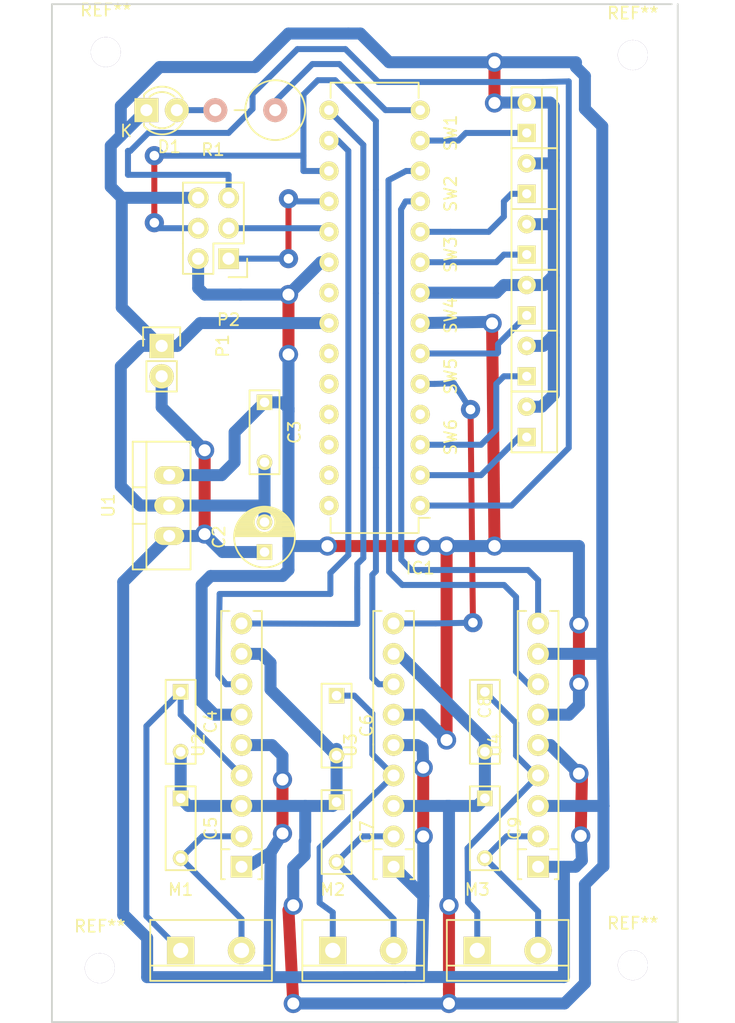
<source format=kicad_pcb>
(kicad_pcb (version 4) (host pcbnew 4.0.2-1.fc23-product)

  (general
    (links 70)
    (no_connects 0)
    (area 0 0 0 0)
    (thickness 1.6)
    (drawings 4)
    (tracks 362)
    (zones 0)
    (modules 30)
    (nets 27)
  )

  (page A4)
  (layers
    (0 F.Cu jumper)
    (31 B.Cu signal)
    (33 F.Adhes user)
    (35 F.Paste user)
    (37 F.SilkS user)
    (39 F.Mask user)
    (40 Dwgs.User user)
    (41 Cmts.User user)
    (42 Eco1.User user)
    (43 Eco2.User user)
    (44 Edge.Cuts user)
    (45 Margin user)
    (47 F.CrtYd user)
    (49 F.Fab user)
  )

  (setup
    (last_trace_width 0.5)
    (trace_clearance 0.5)
    (zone_clearance 0.508)
    (zone_45_only no)
    (trace_min 0.5)
    (segment_width 0.2)
    (edge_width 0.15)
    (via_size 1.6)
    (via_drill 0.8)
    (via_min_size 0.8)
    (via_min_drill 0.5)
    (uvia_size 0.3)
    (uvia_drill 0.1)
    (uvias_allowed no)
    (uvia_min_size 0)
    (uvia_min_drill 0)
    (pcb_text_width 0.3)
    (pcb_text_size 1.5 1.5)
    (mod_edge_width 0.15)
    (mod_text_size 1 1)
    (mod_text_width 0.15)
    (pad_size 1.524 1.524)
    (pad_drill 0.762)
    (pad_to_mask_clearance 0.2)
    (aux_axis_origin 0 0)
    (visible_elements 7FFFFFFF)
    (pcbplotparams
      (layerselection 0x00000_80000000)
      (usegerberextensions false)
      (excludeedgelayer true)
      (linewidth 0.100000)
      (plotframeref false)
      (viasonmask false)
      (mode 1)
      (useauxorigin false)
      (hpglpennumber 1)
      (hpglpenspeed 20)
      (hpglpendiameter 15)
      (hpglpenoverlay 2)
      (psnegative false)
      (psa4output false)
      (plotreference true)
      (plotvalue true)
      (plotinvisibletext false)
      (padsonsilk false)
      (subtractmaskfromsilk false)
      (outputformat 4)
      (mirror false)
      (drillshape 0)
      (scaleselection 1)
      (outputdirectory production-files/))
  )

  (net 0 "")
  (net 1 +5V)
  (net 2 GND)
  (net 3 +12V)
  (net 4 "Net-(C4-Pad1)")
  (net 5 "Net-(C5-Pad2)")
  (net 6 "Net-(C6-Pad1)")
  (net 7 "Net-(C7-Pad2)")
  (net 8 "Net-(C8-Pad1)")
  (net 9 "Net-(C9-Pad2)")
  (net 10 "Net-(D1-Pad2)")
  (net 11 "Net-(IC1-Pad1)")
  (net 12 "Net-(IC1-Pad2)")
  (net 13 "Net-(IC1-Pad3)")
  (net 14 "Net-(IC1-Pad5)")
  (net 15 "Net-(IC1-Pad10)")
  (net 16 "Net-(IC1-Pad11)")
  (net 17 "Net-(IC1-Pad12)")
  (net 18 "Net-(IC1-Pad14)")
  (net 19 "Net-(IC1-Pad15)")
  (net 20 "Net-(IC1-Pad16)")
  (net 21 "Net-(IC1-Pad17)")
  (net 22 "Net-(IC1-Pad18)")
  (net 23 "Net-(IC1-Pad19)")
  (net 24 "Net-(IC1-Pad13)")
  (net 25 "Net-(IC1-Pad6)")
  (net 26 "Net-(IC1-Pad9)")

  (net_class Default "Tämä on oletuskytkentäverkkoluokka."
    (clearance 0.5)
    (trace_width 0.5)
    (via_dia 1.6)
    (via_drill 0.8)
    (uvia_dia 0.3)
    (uvia_drill 0.1)
    (add_net "Net-(C4-Pad1)")
    (add_net "Net-(C5-Pad2)")
    (add_net "Net-(C6-Pad1)")
    (add_net "Net-(C7-Pad2)")
    (add_net "Net-(C8-Pad1)")
    (add_net "Net-(C9-Pad2)")
    (add_net "Net-(D1-Pad2)")
    (add_net "Net-(IC1-Pad1)")
    (add_net "Net-(IC1-Pad10)")
    (add_net "Net-(IC1-Pad11)")
    (add_net "Net-(IC1-Pad12)")
    (add_net "Net-(IC1-Pad13)")
    (add_net "Net-(IC1-Pad14)")
    (add_net "Net-(IC1-Pad15)")
    (add_net "Net-(IC1-Pad16)")
    (add_net "Net-(IC1-Pad17)")
    (add_net "Net-(IC1-Pad18)")
    (add_net "Net-(IC1-Pad19)")
    (add_net "Net-(IC1-Pad2)")
    (add_net "Net-(IC1-Pad3)")
    (add_net "Net-(IC1-Pad5)")
    (add_net "Net-(IC1-Pad6)")
    (add_net "Net-(IC1-Pad9)")
  )

  (net_class Power ""
    (clearance 0.5)
    (trace_width 1)
    (via_dia 1.6)
    (via_drill 1)
    (uvia_dia 0.3)
    (uvia_drill 0.1)
    (add_net +12V)
    (add_net +5V)
    (add_net GND)
  )

  (module Housings_SIP:SIP9_Housing (layer F.Cu) (tedit 0) (tstamp 574071B8)
    (at 136.8425 154.6225 90)
    (descr SIP9)
    (tags SIP9)
    (path /5739CDF9)
    (fp_text reference U4 (at 0 -3.6 90) (layer F.SilkS)
      (effects (font (size 1 1) (thickness 0.15)))
    )
    (fp_text value BA6956AN (at -0.1 3.7 90) (layer F.Fab)
      (effects (font (size 1 1) (thickness 0.15)))
    )
    (fp_line (start -8.7 1.7) (end -8.7 1) (layer F.SilkS) (width 0.15))
    (fp_line (start -8.7 -1.7) (end -8.7 -1) (layer F.SilkS) (width 0.15))
    (fp_line (start 0 1.7) (end -11.2 1.7) (layer F.SilkS) (width 0.15))
    (fp_line (start -11.2 1.7) (end -11.2 1.4) (layer F.SilkS) (width 0.15))
    (fp_line (start 11.2 -1.2) (end 11.2 -1) (layer F.SilkS) (width 0.15))
    (fp_line (start 0 1.7) (end 11.2 1.7) (layer F.SilkS) (width 0.15))
    (fp_line (start 11.2 1.7) (end 11.2 1) (layer F.SilkS) (width 0.15))
    (fp_line (start 0.1 -1.7) (end -11.2 -1.7) (layer F.SilkS) (width 0.15))
    (fp_line (start -11.2 -1.7) (end -11.2 -1.4) (layer F.SilkS) (width 0.15))
    (fp_line (start 0 -1.7) (end 11.2 -1.7) (layer F.SilkS) (width 0.15))
    (fp_line (start 11.2 -1.7) (end 11.2 -1.1) (layer F.SilkS) (width 0.15))
    (pad 1 thru_hole rect (at -10.16 0 180) (size 1.8 1.8) (drill 1) (layers *.Cu *.Mask F.SilkS)
      (net 3 +12V))
    (pad 2 thru_hole circle (at -7.62 0 180) (size 1.8 1.8) (drill 1) (layers *.Cu *.Mask F.SilkS)
      (net 9 "Net-(C9-Pad2)"))
    (pad 3 thru_hole circle (at -5.08 0 180) (size 1.8 1.8) (drill 1) (layers *.Cu *.Mask F.SilkS)
      (net 2 GND))
    (pad 4 thru_hole circle (at -2.54 0 180) (size 1.8 1.8) (drill 1) (layers *.Cu *.Mask F.SilkS)
      (net 8 "Net-(C8-Pad1)"))
    (pad 5 thru_hole circle (at 0 0 180) (size 1.8 1.8) (drill 1) (layers *.Cu *.Mask F.SilkS)
      (net 3 +12V))
    (pad 6 thru_hole circle (at 2.54 0 180) (size 1.8 1.8) (drill 1) (layers *.Cu *.Mask F.SilkS)
      (net 1 +5V))
    (pad 7 thru_hole circle (at 5.08 0 180) (size 1.8 1.8) (drill 1) (layers *.Cu *.Mask F.SilkS)
      (net 17 "Net-(IC1-Pad12)"))
    (pad 8 thru_hole circle (at 7.62 0 180) (size 1.8 1.8) (drill 1) (layers *.Cu *.Mask F.SilkS)
      (net 2 GND))
    (pad 9 thru_hole circle (at 10.16 0 180) (size 1.8 1.8) (drill 1) (layers *.Cu *.Mask F.SilkS)
      (net 16 "Net-(IC1-Pad11)"))
    (model Housings_SIP.3dshapes/SIP9_Housing.wrl
      (at (xyz 0 0 0))
      (scale (xyz 0.3937 0.3937 0.3937))
      (rotate (xyz 0 0 0))
    )
  )

  (module "Oturpe footprints:Small_green_chocolade_1x2" (layer F.Cu) (tedit 5740678D) (tstamp 5740717C)
    (at 135.89 123.825 90)
    (path /573B6CB0)
    (fp_text reference SW5 (at 0 -6.35 90) (layer F.SilkS)
      (effects (font (size 1 1) (thickness 0.15)))
    )
    (fp_text value SW_PUSH (at 1.27 -5.08 90) (layer F.Fab)
      (effects (font (size 1 1) (thickness 0.15)))
    )
    (fp_line (start -1.27 -1.27) (end -1.27 1.27) (layer F.SilkS) (width 0.15))
    (fp_line (start -1.27 1.27) (end 3.81 1.27) (layer F.SilkS) (width 0.15))
    (fp_line (start 3.81 1.27) (end 3.81 -1.27) (layer F.SilkS) (width 0.15))
    (fp_line (start 3.81 -1.27) (end -1.27 -1.27) (layer F.SilkS) (width 0.15))
    (fp_line (start -1.27 -1.27) (end -1.27 1.27) (layer F.SilkS) (width 0.15))
    (fp_line (start -1.27 1.27) (end -1.27 2.54) (layer F.SilkS) (width 0.15))
    (fp_line (start -1.27 2.54) (end 3.81 2.54) (layer F.SilkS) (width 0.15))
    (fp_line (start 3.81 2.54) (end 3.81 1.27) (layer F.SilkS) (width 0.15))
    (pad 1 thru_hole rect (at 0 0 90) (size 1.524 1.524) (drill 0.762) (layers *.Cu *.Mask F.SilkS)
      (net 13 "Net-(IC1-Pad3)"))
    (pad 2 thru_hole circle (at 2.54 0 90) (size 1.524 1.524) (drill 0.762) (layers *.Cu *.Mask F.SilkS)
      (net 2 GND))
  )

  (module Resistors_ThroughHole:Resistor_Vertical_RM5mm (layer F.Cu) (tedit 0) (tstamp 57407112)
    (at 112.395 101.6 180)
    (descr "Resistor, Vertical, RM 5mm, 1/3W,")
    (tags "Resistor, Vertical, RM 5mm, 1/3W,")
    (path /573AFB8D)
    (fp_text reference R1 (at 2.70002 -3.29946 180) (layer F.SilkS)
      (effects (font (size 1 1) (thickness 0.15)))
    )
    (fp_text value "1 k" (at 0 4.50088 180) (layer F.Fab)
      (effects (font (size 1 1) (thickness 0.15)))
    )
    (fp_line (start -0.09906 0) (end 0.9017 0) (layer F.SilkS) (width 0.15))
    (fp_circle (center -2.49936 0) (end 0 0) (layer F.SilkS) (width 0.15))
    (pad 1 thru_hole circle (at -2.49936 0 180) (size 1.99898 1.99898) (drill 1.00076) (layers *.Cu *.SilkS *.Mask)
      (net 18 "Net-(IC1-Pad14)"))
    (pad 2 thru_hole circle (at 2.5019 0 180) (size 1.99898 1.99898) (drill 1.00076) (layers *.Cu *.SilkS *.Mask)
      (net 10 "Net-(D1-Pad2)"))
  )

  (module Housings_DIP:DIP-28_W7.62mm (layer F.Cu) (tedit 54130A77) (tstamp 574070DB)
    (at 127 134.62 180)
    (descr "28-lead dip package, row spacing 7.62 mm (300 mils)")
    (tags "dil dip 2.54 300")
    (path /5739BE65)
    (fp_text reference IC1 (at 0 -5.22 180) (layer F.SilkS)
      (effects (font (size 1 1) (thickness 0.15)))
    )
    (fp_text value ATMEGA88PA-P (at 0 -3.72 180) (layer F.Fab)
      (effects (font (size 1 1) (thickness 0.15)))
    )
    (fp_line (start -1.05 -2.45) (end -1.05 35.5) (layer F.CrtYd) (width 0.05))
    (fp_line (start 8.65 -2.45) (end 8.65 35.5) (layer F.CrtYd) (width 0.05))
    (fp_line (start -1.05 -2.45) (end 8.65 -2.45) (layer F.CrtYd) (width 0.05))
    (fp_line (start -1.05 35.5) (end 8.65 35.5) (layer F.CrtYd) (width 0.05))
    (fp_line (start 0.135 -2.295) (end 0.135 -1.025) (layer F.SilkS) (width 0.15))
    (fp_line (start 7.485 -2.295) (end 7.485 -1.025) (layer F.SilkS) (width 0.15))
    (fp_line (start 7.485 35.315) (end 7.485 34.045) (layer F.SilkS) (width 0.15))
    (fp_line (start 0.135 35.315) (end 0.135 34.045) (layer F.SilkS) (width 0.15))
    (fp_line (start 0.135 -2.295) (end 7.485 -2.295) (layer F.SilkS) (width 0.15))
    (fp_line (start 0.135 35.315) (end 7.485 35.315) (layer F.SilkS) (width 0.15))
    (fp_line (start 0.135 -1.025) (end -0.8 -1.025) (layer F.SilkS) (width 0.15))
    (pad 1 thru_hole oval (at 0 0 180) (size 1.6 1.6) (drill 0.8) (layers *.Cu *.Mask F.SilkS)
      (net 11 "Net-(IC1-Pad1)"))
    (pad 2 thru_hole oval (at 0 2.54 180) (size 1.6 1.6) (drill 0.8) (layers *.Cu *.Mask F.SilkS)
      (net 12 "Net-(IC1-Pad2)"))
    (pad 3 thru_hole oval (at 0 5.08 180) (size 1.6 1.6) (drill 0.8) (layers *.Cu *.Mask F.SilkS)
      (net 13 "Net-(IC1-Pad3)"))
    (pad 4 thru_hole oval (at 0 7.62 180) (size 1.6 1.6) (drill 0.8) (layers *.Cu *.Mask F.SilkS))
    (pad 5 thru_hole oval (at 0 10.16 180) (size 1.6 1.6) (drill 0.8) (layers *.Cu *.Mask F.SilkS)
      (net 14 "Net-(IC1-Pad5)"))
    (pad 6 thru_hole oval (at 0 12.7 180) (size 1.6 1.6) (drill 0.8) (layers *.Cu *.Mask F.SilkS)
      (net 25 "Net-(IC1-Pad6)"))
    (pad 7 thru_hole oval (at 0 15.24 180) (size 1.6 1.6) (drill 0.8) (layers *.Cu *.Mask F.SilkS)
      (net 1 +5V))
    (pad 8 thru_hole oval (at 0 17.78 180) (size 1.6 1.6) (drill 0.8) (layers *.Cu *.Mask F.SilkS)
      (net 2 GND))
    (pad 9 thru_hole oval (at 0 20.32 180) (size 1.6 1.6) (drill 0.8) (layers *.Cu *.Mask F.SilkS)
      (net 26 "Net-(IC1-Pad9)"))
    (pad 10 thru_hole oval (at 0 22.86 180) (size 1.6 1.6) (drill 0.8) (layers *.Cu *.Mask F.SilkS)
      (net 15 "Net-(IC1-Pad10)"))
    (pad 11 thru_hole oval (at 0 25.4 180) (size 1.6 1.6) (drill 0.8) (layers *.Cu *.Mask F.SilkS)
      (net 16 "Net-(IC1-Pad11)"))
    (pad 12 thru_hole oval (at 0 27.94 180) (size 1.6 1.6) (drill 0.8) (layers *.Cu *.Mask F.SilkS)
      (net 17 "Net-(IC1-Pad12)"))
    (pad 13 thru_hole oval (at 0 30.48 180) (size 1.6 1.6) (drill 0.8) (layers *.Cu *.Mask F.SilkS)
      (net 24 "Net-(IC1-Pad13)"))
    (pad 14 thru_hole oval (at 0 33.02 180) (size 1.6 1.6) (drill 0.8) (layers *.Cu *.Mask F.SilkS)
      (net 18 "Net-(IC1-Pad14)"))
    (pad 15 thru_hole oval (at 7.62 33.02 180) (size 1.6 1.6) (drill 0.8) (layers *.Cu *.Mask F.SilkS)
      (net 19 "Net-(IC1-Pad15)"))
    (pad 16 thru_hole oval (at 7.62 30.48 180) (size 1.6 1.6) (drill 0.8) (layers *.Cu *.Mask F.SilkS)
      (net 20 "Net-(IC1-Pad16)"))
    (pad 17 thru_hole oval (at 7.62 27.94 180) (size 1.6 1.6) (drill 0.8) (layers *.Cu *.Mask F.SilkS)
      (net 21 "Net-(IC1-Pad17)"))
    (pad 18 thru_hole oval (at 7.62 25.4 180) (size 1.6 1.6) (drill 0.8) (layers *.Cu *.Mask F.SilkS)
      (net 22 "Net-(IC1-Pad18)"))
    (pad 19 thru_hole oval (at 7.62 22.86 180) (size 1.6 1.6) (drill 0.8) (layers *.Cu *.Mask F.SilkS)
      (net 23 "Net-(IC1-Pad19)"))
    (pad 20 thru_hole oval (at 7.62 20.32 180) (size 1.6 1.6) (drill 0.8) (layers *.Cu *.Mask F.SilkS)
      (net 1 +5V))
    (pad 21 thru_hole oval (at 7.62 17.78 180) (size 1.6 1.6) (drill 0.8) (layers *.Cu *.Mask F.SilkS))
    (pad 22 thru_hole oval (at 7.62 15.24 180) (size 1.6 1.6) (drill 0.8) (layers *.Cu *.Mask F.SilkS)
      (net 2 GND))
    (pad 23 thru_hole oval (at 7.62 12.7 180) (size 1.6 1.6) (drill 0.8) (layers *.Cu *.Mask F.SilkS))
    (pad 24 thru_hole oval (at 7.62 10.16 180) (size 1.6 1.6) (drill 0.8) (layers *.Cu *.Mask F.SilkS))
    (pad 25 thru_hole oval (at 7.62 7.62 180) (size 1.6 1.6) (drill 0.8) (layers *.Cu *.Mask F.SilkS))
    (pad 26 thru_hole oval (at 7.62 5.08 180) (size 1.6 1.6) (drill 0.8) (layers *.Cu *.Mask F.SilkS))
    (pad 27 thru_hole oval (at 7.62 2.54 180) (size 1.6 1.6) (drill 0.8) (layers *.Cu *.Mask F.SilkS))
    (pad 28 thru_hole oval (at 7.62 0 180) (size 1.6 1.6) (drill 0.8) (layers *.Cu *.Mask F.SilkS))
    (model Housings_DIP.3dshapes/DIP-28_W7.62mm.wrl
      (at (xyz 0 0 0))
      (scale (xyz 1 1 1))
      (rotate (xyz 0 0 0))
    )
  )

  (module Capacitors_ThroughHole:C_Radial_D5_L6_P2.5 (layer F.Cu) (tedit 0) (tstamp 5740708B)
    (at 114 138.5 90)
    (descr "Radial Electrolytic Capacitor Diameter 5mm x Length 6mm, Pitch 2.5mm")
    (tags "Electrolytic Capacitor")
    (path /573C3E13)
    (fp_text reference C2 (at 1.25 -3.8 90) (layer F.SilkS)
      (effects (font (size 1 1) (thickness 0.15)))
    )
    (fp_text value "1 uF" (at 1.25 3.8 90) (layer F.Fab)
      (effects (font (size 1 1) (thickness 0.15)))
    )
    (fp_line (start 1.325 -2.499) (end 1.325 2.499) (layer F.SilkS) (width 0.15))
    (fp_line (start 1.465 -2.491) (end 1.465 2.491) (layer F.SilkS) (width 0.15))
    (fp_line (start 1.605 -2.475) (end 1.605 -0.095) (layer F.SilkS) (width 0.15))
    (fp_line (start 1.605 0.095) (end 1.605 2.475) (layer F.SilkS) (width 0.15))
    (fp_line (start 1.745 -2.451) (end 1.745 -0.49) (layer F.SilkS) (width 0.15))
    (fp_line (start 1.745 0.49) (end 1.745 2.451) (layer F.SilkS) (width 0.15))
    (fp_line (start 1.885 -2.418) (end 1.885 -0.657) (layer F.SilkS) (width 0.15))
    (fp_line (start 1.885 0.657) (end 1.885 2.418) (layer F.SilkS) (width 0.15))
    (fp_line (start 2.025 -2.377) (end 2.025 -0.764) (layer F.SilkS) (width 0.15))
    (fp_line (start 2.025 0.764) (end 2.025 2.377) (layer F.SilkS) (width 0.15))
    (fp_line (start 2.165 -2.327) (end 2.165 -0.835) (layer F.SilkS) (width 0.15))
    (fp_line (start 2.165 0.835) (end 2.165 2.327) (layer F.SilkS) (width 0.15))
    (fp_line (start 2.305 -2.266) (end 2.305 -0.879) (layer F.SilkS) (width 0.15))
    (fp_line (start 2.305 0.879) (end 2.305 2.266) (layer F.SilkS) (width 0.15))
    (fp_line (start 2.445 -2.196) (end 2.445 -0.898) (layer F.SilkS) (width 0.15))
    (fp_line (start 2.445 0.898) (end 2.445 2.196) (layer F.SilkS) (width 0.15))
    (fp_line (start 2.585 -2.114) (end 2.585 -0.896) (layer F.SilkS) (width 0.15))
    (fp_line (start 2.585 0.896) (end 2.585 2.114) (layer F.SilkS) (width 0.15))
    (fp_line (start 2.725 -2.019) (end 2.725 -0.871) (layer F.SilkS) (width 0.15))
    (fp_line (start 2.725 0.871) (end 2.725 2.019) (layer F.SilkS) (width 0.15))
    (fp_line (start 2.865 -1.908) (end 2.865 -0.823) (layer F.SilkS) (width 0.15))
    (fp_line (start 2.865 0.823) (end 2.865 1.908) (layer F.SilkS) (width 0.15))
    (fp_line (start 3.005 -1.78) (end 3.005 -0.745) (layer F.SilkS) (width 0.15))
    (fp_line (start 3.005 0.745) (end 3.005 1.78) (layer F.SilkS) (width 0.15))
    (fp_line (start 3.145 -1.631) (end 3.145 -0.628) (layer F.SilkS) (width 0.15))
    (fp_line (start 3.145 0.628) (end 3.145 1.631) (layer F.SilkS) (width 0.15))
    (fp_line (start 3.285 -1.452) (end 3.285 -0.44) (layer F.SilkS) (width 0.15))
    (fp_line (start 3.285 0.44) (end 3.285 1.452) (layer F.SilkS) (width 0.15))
    (fp_line (start 3.425 -1.233) (end 3.425 1.233) (layer F.SilkS) (width 0.15))
    (fp_line (start 3.565 -0.944) (end 3.565 0.944) (layer F.SilkS) (width 0.15))
    (fp_line (start 3.705 -0.472) (end 3.705 0.472) (layer F.SilkS) (width 0.15))
    (fp_circle (center 2.5 0) (end 2.5 -0.9) (layer F.SilkS) (width 0.15))
    (fp_circle (center 1.25 0) (end 1.25 -2.5375) (layer F.SilkS) (width 0.15))
    (fp_circle (center 1.25 0) (end 1.25 -2.8) (layer F.CrtYd) (width 0.05))
    (pad 1 thru_hole rect (at 0 0 90) (size 1.3 1.3) (drill 0.8) (layers *.Cu *.Mask F.SilkS)
      (net 3 +12V))
    (pad 2 thru_hole circle (at 2.5 0 90) (size 1.3 1.3) (drill 0.8) (layers *.Cu *.Mask F.SilkS)
      (net 2 GND))
    (model Capacitors_ThroughHole.3dshapes/C_Radial_D5_L6_P2.5.wrl
      (at (xyz 0.0492126 0 0))
      (scale (xyz 1 1 1))
      (rotate (xyz 0 0 90))
    )
  )

  (module Capacitors_ThroughHole:C_Rect_L7_W2.5_P5 (layer F.Cu) (tedit 0) (tstamp 57407091)
    (at 114 126 270)
    (descr "Film Capacitor Length 7mm x Width 2.5mm, Pitch 5mm")
    (tags Capacitor)
    (path /573C3D9C)
    (fp_text reference C3 (at 2.5 -2.5 270) (layer F.SilkS)
      (effects (font (size 1 1) (thickness 0.15)))
    )
    (fp_text value "100 nF" (at 2.5 2.5 270) (layer F.Fab)
      (effects (font (size 1 1) (thickness 0.15)))
    )
    (fp_line (start -1.25 -1.5) (end 6.25 -1.5) (layer F.CrtYd) (width 0.05))
    (fp_line (start 6.25 -1.5) (end 6.25 1.5) (layer F.CrtYd) (width 0.05))
    (fp_line (start 6.25 1.5) (end -1.25 1.5) (layer F.CrtYd) (width 0.05))
    (fp_line (start -1.25 1.5) (end -1.25 -1.5) (layer F.CrtYd) (width 0.05))
    (fp_line (start -1 -1.25) (end 6 -1.25) (layer F.SilkS) (width 0.15))
    (fp_line (start 6 -1.25) (end 6 1.25) (layer F.SilkS) (width 0.15))
    (fp_line (start 6 1.25) (end -1 1.25) (layer F.SilkS) (width 0.15))
    (fp_line (start -1 1.25) (end -1 -1.25) (layer F.SilkS) (width 0.15))
    (pad 1 thru_hole rect (at 0 0 270) (size 1.3 1.3) (drill 0.8) (layers *.Cu *.Mask F.SilkS)
      (net 1 +5V))
    (pad 2 thru_hole circle (at 5 0 270) (size 1.3 1.3) (drill 0.8) (layers *.Cu *.Mask F.SilkS)
      (net 2 GND))
  )

  (module Capacitors_ThroughHole:C_Rect_L7_W2.5_P5 (layer F.Cu) (tedit 0) (tstamp 57407097)
    (at 106.9975 150.1775 270)
    (descr "Film Capacitor Length 7mm x Width 2.5mm, Pitch 5mm")
    (tags Capacitor)
    (path /5739C1EE)
    (fp_text reference C4 (at 2.5 -2.5 270) (layer F.SilkS)
      (effects (font (size 1 1) (thickness 0.15)))
    )
    (fp_text value "10 nF" (at 2.5 2.5 270) (layer F.Fab)
      (effects (font (size 1 1) (thickness 0.15)))
    )
    (fp_line (start -1.25 -1.5) (end 6.25 -1.5) (layer F.CrtYd) (width 0.05))
    (fp_line (start 6.25 -1.5) (end 6.25 1.5) (layer F.CrtYd) (width 0.05))
    (fp_line (start 6.25 1.5) (end -1.25 1.5) (layer F.CrtYd) (width 0.05))
    (fp_line (start -1.25 1.5) (end -1.25 -1.5) (layer F.CrtYd) (width 0.05))
    (fp_line (start -1 -1.25) (end 6 -1.25) (layer F.SilkS) (width 0.15))
    (fp_line (start 6 -1.25) (end 6 1.25) (layer F.SilkS) (width 0.15))
    (fp_line (start 6 1.25) (end -1 1.25) (layer F.SilkS) (width 0.15))
    (fp_line (start -1 1.25) (end -1 -1.25) (layer F.SilkS) (width 0.15))
    (pad 1 thru_hole rect (at 0 0 270) (size 1.3 1.3) (drill 0.8) (layers *.Cu *.Mask F.SilkS)
      (net 4 "Net-(C4-Pad1)"))
    (pad 2 thru_hole circle (at 5 0 270) (size 1.3 1.3) (drill 0.8) (layers *.Cu *.Mask F.SilkS)
      (net 2 GND))
  )

  (module Capacitors_ThroughHole:C_Rect_L7_W2.5_P5 (layer F.Cu) (tedit 0) (tstamp 5740709D)
    (at 106.9975 159.0675 270)
    (descr "Film Capacitor Length 7mm x Width 2.5mm, Pitch 5mm")
    (tags Capacitor)
    (path /5739C247)
    (fp_text reference C5 (at 2.5 -2.5 270) (layer F.SilkS)
      (effects (font (size 1 1) (thickness 0.15)))
    )
    (fp_text value "10 nF" (at 2.5 2.5 270) (layer F.Fab)
      (effects (font (size 1 1) (thickness 0.15)))
    )
    (fp_line (start -1.25 -1.5) (end 6.25 -1.5) (layer F.CrtYd) (width 0.05))
    (fp_line (start 6.25 -1.5) (end 6.25 1.5) (layer F.CrtYd) (width 0.05))
    (fp_line (start 6.25 1.5) (end -1.25 1.5) (layer F.CrtYd) (width 0.05))
    (fp_line (start -1.25 1.5) (end -1.25 -1.5) (layer F.CrtYd) (width 0.05))
    (fp_line (start -1 -1.25) (end 6 -1.25) (layer F.SilkS) (width 0.15))
    (fp_line (start 6 -1.25) (end 6 1.25) (layer F.SilkS) (width 0.15))
    (fp_line (start 6 1.25) (end -1 1.25) (layer F.SilkS) (width 0.15))
    (fp_line (start -1 1.25) (end -1 -1.25) (layer F.SilkS) (width 0.15))
    (pad 1 thru_hole rect (at 0 0 270) (size 1.3 1.3) (drill 0.8) (layers *.Cu *.Mask F.SilkS)
      (net 2 GND))
    (pad 2 thru_hole circle (at 5 0 270) (size 1.3 1.3) (drill 0.8) (layers *.Cu *.Mask F.SilkS)
      (net 5 "Net-(C5-Pad2)"))
  )

  (module Capacitors_ThroughHole:C_Rect_L7_W2.5_P5 (layer F.Cu) (tedit 0) (tstamp 574070A3)
    (at 120.015 150.495 270)
    (descr "Film Capacitor Length 7mm x Width 2.5mm, Pitch 5mm")
    (tags Capacitor)
    (path /5739CBD1)
    (fp_text reference C6 (at 2.5 -2.5 270) (layer F.SilkS)
      (effects (font (size 1 1) (thickness 0.15)))
    )
    (fp_text value "10 nF" (at 2.5 2.5 270) (layer F.Fab)
      (effects (font (size 1 1) (thickness 0.15)))
    )
    (fp_line (start -1.25 -1.5) (end 6.25 -1.5) (layer F.CrtYd) (width 0.05))
    (fp_line (start 6.25 -1.5) (end 6.25 1.5) (layer F.CrtYd) (width 0.05))
    (fp_line (start 6.25 1.5) (end -1.25 1.5) (layer F.CrtYd) (width 0.05))
    (fp_line (start -1.25 1.5) (end -1.25 -1.5) (layer F.CrtYd) (width 0.05))
    (fp_line (start -1 -1.25) (end 6 -1.25) (layer F.SilkS) (width 0.15))
    (fp_line (start 6 -1.25) (end 6 1.25) (layer F.SilkS) (width 0.15))
    (fp_line (start 6 1.25) (end -1 1.25) (layer F.SilkS) (width 0.15))
    (fp_line (start -1 1.25) (end -1 -1.25) (layer F.SilkS) (width 0.15))
    (pad 1 thru_hole rect (at 0 0 270) (size 1.3 1.3) (drill 0.8) (layers *.Cu *.Mask F.SilkS)
      (net 6 "Net-(C6-Pad1)"))
    (pad 2 thru_hole circle (at 5 0 270) (size 1.3 1.3) (drill 0.8) (layers *.Cu *.Mask F.SilkS)
      (net 2 GND))
  )

  (module Capacitors_ThroughHole:C_Rect_L7_W2.5_P5 (layer F.Cu) (tedit 0) (tstamp 574070A9)
    (at 120.015 159.385 270)
    (descr "Film Capacitor Length 7mm x Width 2.5mm, Pitch 5mm")
    (tags Capacitor)
    (path /5739CBD7)
    (fp_text reference C7 (at 2.5 -2.5 270) (layer F.SilkS)
      (effects (font (size 1 1) (thickness 0.15)))
    )
    (fp_text value "10 nF" (at 2.5 2.5 270) (layer F.Fab)
      (effects (font (size 1 1) (thickness 0.15)))
    )
    (fp_line (start -1.25 -1.5) (end 6.25 -1.5) (layer F.CrtYd) (width 0.05))
    (fp_line (start 6.25 -1.5) (end 6.25 1.5) (layer F.CrtYd) (width 0.05))
    (fp_line (start 6.25 1.5) (end -1.25 1.5) (layer F.CrtYd) (width 0.05))
    (fp_line (start -1.25 1.5) (end -1.25 -1.5) (layer F.CrtYd) (width 0.05))
    (fp_line (start -1 -1.25) (end 6 -1.25) (layer F.SilkS) (width 0.15))
    (fp_line (start 6 -1.25) (end 6 1.25) (layer F.SilkS) (width 0.15))
    (fp_line (start 6 1.25) (end -1 1.25) (layer F.SilkS) (width 0.15))
    (fp_line (start -1 1.25) (end -1 -1.25) (layer F.SilkS) (width 0.15))
    (pad 1 thru_hole rect (at 0 0 270) (size 1.3 1.3) (drill 0.8) (layers *.Cu *.Mask F.SilkS)
      (net 2 GND))
    (pad 2 thru_hole circle (at 5 0 270) (size 1.3 1.3) (drill 0.8) (layers *.Cu *.Mask F.SilkS)
      (net 7 "Net-(C7-Pad2)"))
  )

  (module Capacitors_ThroughHole:C_Rect_L7_W2.5_P5 (layer F.Cu) (tedit 57407074) (tstamp 574070AF)
    (at 132.3975 150.1775 270)
    (descr "Film Capacitor Length 7mm x Width 2.5mm, Pitch 5mm")
    (tags Capacitor)
    (path /5739CE1D)
    (fp_text reference C8 (at 1.27 0 270) (layer F.SilkS)
      (effects (font (size 1 1) (thickness 0.15)))
    )
    (fp_text value "10 nF" (at 2.5 2.5 450) (layer F.Fab)
      (effects (font (size 1 1) (thickness 0.15)))
    )
    (fp_line (start -1.25 -1.5) (end 6.25 -1.5) (layer F.CrtYd) (width 0.05))
    (fp_line (start 6.25 -1.5) (end 6.25 1.5) (layer F.CrtYd) (width 0.05))
    (fp_line (start 6.25 1.5) (end -1.25 1.5) (layer F.CrtYd) (width 0.05))
    (fp_line (start -1.25 1.5) (end -1.25 -1.5) (layer F.CrtYd) (width 0.05))
    (fp_line (start -1 -1.25) (end 6 -1.25) (layer F.SilkS) (width 0.15))
    (fp_line (start 6 -1.25) (end 6 1.25) (layer F.SilkS) (width 0.15))
    (fp_line (start 6 1.25) (end -1 1.25) (layer F.SilkS) (width 0.15))
    (fp_line (start -1 1.25) (end -1 -1.25) (layer F.SilkS) (width 0.15))
    (pad 1 thru_hole rect (at 0 0 270) (size 1.3 1.3) (drill 0.8) (layers *.Cu *.Mask F.SilkS)
      (net 8 "Net-(C8-Pad1)"))
    (pad 2 thru_hole circle (at 5 0 270) (size 1.3 1.3) (drill 0.8) (layers *.Cu *.Mask F.SilkS)
      (net 2 GND))
  )

  (module Capacitors_ThroughHole:C_Rect_L7_W2.5_P5 (layer F.Cu) (tedit 0) (tstamp 574070B5)
    (at 132.3975 159.0675 270)
    (descr "Film Capacitor Length 7mm x Width 2.5mm, Pitch 5mm")
    (tags Capacitor)
    (path /5739CE23)
    (fp_text reference C9 (at 2.5 -2.5 270) (layer F.SilkS)
      (effects (font (size 1 1) (thickness 0.15)))
    )
    (fp_text value "10 nF" (at 2.5 2.5 270) (layer F.Fab)
      (effects (font (size 1 1) (thickness 0.15)))
    )
    (fp_line (start -1.25 -1.5) (end 6.25 -1.5) (layer F.CrtYd) (width 0.05))
    (fp_line (start 6.25 -1.5) (end 6.25 1.5) (layer F.CrtYd) (width 0.05))
    (fp_line (start 6.25 1.5) (end -1.25 1.5) (layer F.CrtYd) (width 0.05))
    (fp_line (start -1.25 1.5) (end -1.25 -1.5) (layer F.CrtYd) (width 0.05))
    (fp_line (start -1 -1.25) (end 6 -1.25) (layer F.SilkS) (width 0.15))
    (fp_line (start 6 -1.25) (end 6 1.25) (layer F.SilkS) (width 0.15))
    (fp_line (start 6 1.25) (end -1 1.25) (layer F.SilkS) (width 0.15))
    (fp_line (start -1 1.25) (end -1 -1.25) (layer F.SilkS) (width 0.15))
    (pad 1 thru_hole rect (at 0 0 270) (size 1.3 1.3) (drill 0.8) (layers *.Cu *.Mask F.SilkS)
      (net 2 GND))
    (pad 2 thru_hole circle (at 5 0 270) (size 1.3 1.3) (drill 0.8) (layers *.Cu *.Mask F.SilkS)
      (net 9 "Net-(C9-Pad2)"))
  )

  (module LEDs:LED-3MM (layer F.Cu) (tedit 574C347F) (tstamp 574070BB)
    (at 104.14 101.6)
    (descr "LED 3mm round vertical")
    (tags "LED  3mm round vertical")
    (path /573AFC00)
    (fp_text reference D1 (at 1.91 3.06 180) (layer F.SilkS)
      (effects (font (size 1 1) (thickness 0.15)))
    )
    (fp_text value LED (at 1.3 -2.9) (layer F.Fab)
      (effects (font (size 1 1) (thickness 0.15)))
    )
    (fp_line (start -1.2 2.3) (end 3.8 2.3) (layer F.CrtYd) (width 0.05))
    (fp_line (start 3.8 2.3) (end 3.8 -2.2) (layer F.CrtYd) (width 0.05))
    (fp_line (start 3.8 -2.2) (end -1.2 -2.2) (layer F.CrtYd) (width 0.05))
    (fp_line (start -1.2 -2.2) (end -1.2 2.3) (layer F.CrtYd) (width 0.05))
    (fp_line (start -0.199 1.314) (end -0.199 1.114) (layer F.SilkS) (width 0.15))
    (fp_line (start -0.199 -1.28) (end -0.199 -1.1) (layer F.SilkS) (width 0.15))
    (fp_arc (start 1.301 0.034) (end -0.199 -1.286) (angle 108.5) (layer F.SilkS) (width 0.15))
    (fp_arc (start 1.301 0.034) (end 0.25 -1.1) (angle 85.7) (layer F.SilkS) (width 0.15))
    (fp_arc (start 1.311 0.034) (end 3.051 0.994) (angle 110) (layer F.SilkS) (width 0.15))
    (fp_arc (start 1.301 0.034) (end 2.335 1.094) (angle 87.5) (layer F.SilkS) (width 0.15))
    (fp_text user K (at -1.69 1.74) (layer F.SilkS)
      (effects (font (size 1 1) (thickness 0.15)))
    )
    (pad 1 thru_hole rect (at 0 0 90) (size 2 2) (drill 1.00076) (layers *.Cu *.Mask F.SilkS)
      (net 2 GND))
    (pad 2 thru_hole circle (at 2.54 0) (size 2 2) (drill 1.00076) (layers *.Cu *.Mask F.SilkS)
      (net 10 "Net-(D1-Pad2)"))
    (model LEDs.3dshapes/LED-3MM.wrl
      (at (xyz 0.05 0 0))
      (scale (xyz 1 1 1))
      (rotate (xyz 0 0 90))
    )
  )

  (module "Oturpe footprints:Big_green_chocolade_1x2" (layer F.Cu) (tedit 57404C2E) (tstamp 574070E6)
    (at 106.9975 171.7675)
    (path /5739C18C)
    (fp_text reference M1 (at 0 -5.08) (layer F.SilkS)
      (effects (font (size 1 1) (thickness 0.15)))
    )
    (fp_text value DC_motor (at 0 -3.81) (layer F.Fab)
      (effects (font (size 1 1) (thickness 0.15)))
    )
    (fp_line (start -2.54 1.27) (end 7.62 1.27) (layer F.SilkS) (width 0.15))
    (fp_line (start -2.54 -2.54) (end 7.62 -2.54) (layer F.SilkS) (width 0.15))
    (fp_line (start 7.62 -2.54) (end 7.62 2.54) (layer F.SilkS) (width 0.15))
    (fp_line (start 7.62 2.54) (end -2.54 2.54) (layer F.SilkS) (width 0.15))
    (fp_line (start -2.54 2.54) (end -2.54 -2.54) (layer F.SilkS) (width 0.15))
    (pad 1 thru_hole rect (at 0 0) (size 2.286 2.286) (drill 1.27) (layers *.Cu *.Mask F.SilkS)
      (net 4 "Net-(C4-Pad1)"))
    (pad 2 thru_hole circle (at 5.08 0) (size 2.286 2.286) (drill 1.27) (layers *.Cu *.Mask F.SilkS)
      (net 5 "Net-(C5-Pad2)"))
  )

  (module "Oturpe footprints:Big_green_chocolade_1x2" (layer F.Cu) (tedit 57404C2E) (tstamp 574070F1)
    (at 119.6975 171.7675)
    (path /5739CBCB)
    (fp_text reference M2 (at 0 -5.08) (layer F.SilkS)
      (effects (font (size 1 1) (thickness 0.15)))
    )
    (fp_text value DC_motor (at 0 -3.81) (layer F.Fab)
      (effects (font (size 1 1) (thickness 0.15)))
    )
    (fp_line (start -2.54 1.27) (end 7.62 1.27) (layer F.SilkS) (width 0.15))
    (fp_line (start -2.54 -2.54) (end 7.62 -2.54) (layer F.SilkS) (width 0.15))
    (fp_line (start 7.62 -2.54) (end 7.62 2.54) (layer F.SilkS) (width 0.15))
    (fp_line (start 7.62 2.54) (end -2.54 2.54) (layer F.SilkS) (width 0.15))
    (fp_line (start -2.54 2.54) (end -2.54 -2.54) (layer F.SilkS) (width 0.15))
    (pad 1 thru_hole rect (at 0 0) (size 2.286 2.286) (drill 1.27) (layers *.Cu *.Mask F.SilkS)
      (net 6 "Net-(C6-Pad1)"))
    (pad 2 thru_hole circle (at 5.08 0) (size 2.286 2.286) (drill 1.27) (layers *.Cu *.Mask F.SilkS)
      (net 7 "Net-(C7-Pad2)"))
  )

  (module "Oturpe footprints:Big_green_chocolade_1x2" (layer F.Cu) (tedit 57404C2E) (tstamp 574070FC)
    (at 131.7625 171.7675)
    (path /5739CE17)
    (fp_text reference M3 (at 0 -5.08) (layer F.SilkS)
      (effects (font (size 1 1) (thickness 0.15)))
    )
    (fp_text value DC_motor (at 0 -3.81) (layer F.Fab)
      (effects (font (size 1 1) (thickness 0.15)))
    )
    (fp_line (start -2.54 1.27) (end 7.62 1.27) (layer F.SilkS) (width 0.15))
    (fp_line (start -2.54 -2.54) (end 7.62 -2.54) (layer F.SilkS) (width 0.15))
    (fp_line (start 7.62 -2.54) (end 7.62 2.54) (layer F.SilkS) (width 0.15))
    (fp_line (start 7.62 2.54) (end -2.54 2.54) (layer F.SilkS) (width 0.15))
    (fp_line (start -2.54 2.54) (end -2.54 -2.54) (layer F.SilkS) (width 0.15))
    (pad 1 thru_hole rect (at 0 0) (size 2.286 2.286) (drill 1.27) (layers *.Cu *.Mask F.SilkS)
      (net 8 "Net-(C8-Pad1)"))
    (pad 2 thru_hole circle (at 5.08 0) (size 2.286 2.286) (drill 1.27) (layers *.Cu *.Mask F.SilkS)
      (net 9 "Net-(C9-Pad2)"))
  )

  (module Socket_Strips:Socket_Strip_Straight_1x02 (layer F.Cu) (tedit 54E9F75E) (tstamp 57407102)
    (at 105.41 121.285 270)
    (descr "Through hole socket strip")
    (tags "socket strip")
    (path /57404E3E)
    (fp_text reference P1 (at 0 -5.1 270) (layer F.SilkS)
      (effects (font (size 1 1) (thickness 0.15)))
    )
    (fp_text value "Power connector" (at 0 -3.1 270) (layer F.Fab)
      (effects (font (size 1 1) (thickness 0.15)))
    )
    (fp_line (start -1.55 1.55) (end 0 1.55) (layer F.SilkS) (width 0.15))
    (fp_line (start 3.81 1.27) (end 1.27 1.27) (layer F.SilkS) (width 0.15))
    (fp_line (start -1.75 -1.75) (end -1.75 1.75) (layer F.CrtYd) (width 0.05))
    (fp_line (start 4.3 -1.75) (end 4.3 1.75) (layer F.CrtYd) (width 0.05))
    (fp_line (start -1.75 -1.75) (end 4.3 -1.75) (layer F.CrtYd) (width 0.05))
    (fp_line (start -1.75 1.75) (end 4.3 1.75) (layer F.CrtYd) (width 0.05))
    (fp_line (start 1.27 1.27) (end 1.27 -1.27) (layer F.SilkS) (width 0.15))
    (fp_line (start 0 -1.55) (end -1.55 -1.55) (layer F.SilkS) (width 0.15))
    (fp_line (start -1.55 -1.55) (end -1.55 1.55) (layer F.SilkS) (width 0.15))
    (fp_line (start 1.27 -1.27) (end 3.81 -1.27) (layer F.SilkS) (width 0.15))
    (fp_line (start 3.81 -1.27) (end 3.81 1.27) (layer F.SilkS) (width 0.15))
    (pad 1 thru_hole rect (at 0 0 270) (size 2.032 2.032) (drill 1.016) (layers *.Cu *.Mask F.SilkS)
      (net 2 GND))
    (pad 2 thru_hole oval (at 2.54 0 270) (size 2.032 2.032) (drill 1.016) (layers *.Cu *.Mask F.SilkS)
      (net 3 +12V))
    (model Socket_Strips.3dshapes/Socket_Strip_Straight_1x02.wrl
      (at (xyz 0.05 0 0))
      (scale (xyz 1 1 1))
      (rotate (xyz 0 0 180))
    )
  )

  (module Pin_Headers:Pin_Header_Straight_2x03 (layer F.Cu) (tedit 54EA0A4B) (tstamp 5740710C)
    (at 111 114 180)
    (descr "Through hole pin header")
    (tags "pin header")
    (path /5740639A)
    (fp_text reference P2 (at 0 -5.1 180) (layer F.SilkS)
      (effects (font (size 1 1) (thickness 0.15)))
    )
    (fp_text value "ISP interface" (at 0 -3.1 180) (layer F.Fab)
      (effects (font (size 1 1) (thickness 0.15)))
    )
    (fp_line (start -1.27 1.27) (end -1.27 6.35) (layer F.SilkS) (width 0.15))
    (fp_line (start -1.55 -1.55) (end 0 -1.55) (layer F.SilkS) (width 0.15))
    (fp_line (start -1.75 -1.75) (end -1.75 6.85) (layer F.CrtYd) (width 0.05))
    (fp_line (start 4.3 -1.75) (end 4.3 6.85) (layer F.CrtYd) (width 0.05))
    (fp_line (start -1.75 -1.75) (end 4.3 -1.75) (layer F.CrtYd) (width 0.05))
    (fp_line (start -1.75 6.85) (end 4.3 6.85) (layer F.CrtYd) (width 0.05))
    (fp_line (start 1.27 -1.27) (end 1.27 1.27) (layer F.SilkS) (width 0.15))
    (fp_line (start 1.27 1.27) (end -1.27 1.27) (layer F.SilkS) (width 0.15))
    (fp_line (start -1.27 6.35) (end 3.81 6.35) (layer F.SilkS) (width 0.15))
    (fp_line (start 3.81 6.35) (end 3.81 1.27) (layer F.SilkS) (width 0.15))
    (fp_line (start -1.55 -1.55) (end -1.55 0) (layer F.SilkS) (width 0.15))
    (fp_line (start 3.81 -1.27) (end 1.27 -1.27) (layer F.SilkS) (width 0.15))
    (fp_line (start 3.81 1.27) (end 3.81 -1.27) (layer F.SilkS) (width 0.15))
    (pad 1 thru_hole rect (at 0 0 180) (size 1.7272 1.7272) (drill 1.016) (layers *.Cu *.Mask F.SilkS)
      (net 22 "Net-(IC1-Pad18)"))
    (pad 2 thru_hole oval (at 2.54 0 180) (size 1.7272 1.7272) (drill 1.016) (layers *.Cu *.Mask F.SilkS)
      (net 1 +5V))
    (pad 3 thru_hole oval (at 0 2.54 180) (size 1.7272 1.7272) (drill 1.016) (layers *.Cu *.Mask F.SilkS)
      (net 23 "Net-(IC1-Pad19)"))
    (pad 4 thru_hole oval (at 2.54 2.54 180) (size 1.7272 1.7272) (drill 1.016) (layers *.Cu *.Mask F.SilkS)
      (net 21 "Net-(IC1-Pad17)"))
    (pad 5 thru_hole oval (at 0 5.08 180) (size 1.7272 1.7272) (drill 1.016) (layers *.Cu *.Mask F.SilkS)
      (net 11 "Net-(IC1-Pad1)"))
    (pad 6 thru_hole oval (at 2.54 5.08 180) (size 1.7272 1.7272) (drill 1.016) (layers *.Cu *.Mask F.SilkS)
      (net 2 GND))
    (model Pin_Headers.3dshapes/Pin_Header_Straight_2x03.wrl
      (at (xyz 0.05 -0.1 0))
      (scale (xyz 1 1 1))
      (rotate (xyz 0 0 90))
    )
  )

  (module "Oturpe footprints:Small_green_chocolade_1x2" (layer F.Cu) (tedit 5740678D) (tstamp 57407144)
    (at 135.89 103.505 90)
    (path /573B5D20)
    (fp_text reference SW1 (at 0 -6.35 90) (layer F.SilkS)
      (effects (font (size 1 1) (thickness 0.15)))
    )
    (fp_text value SW_PUSH (at 1.27 -5.08 90) (layer F.Fab)
      (effects (font (size 1 1) (thickness 0.15)))
    )
    (fp_line (start -1.27 -1.27) (end -1.27 1.27) (layer F.SilkS) (width 0.15))
    (fp_line (start -1.27 1.27) (end 3.81 1.27) (layer F.SilkS) (width 0.15))
    (fp_line (start 3.81 1.27) (end 3.81 -1.27) (layer F.SilkS) (width 0.15))
    (fp_line (start 3.81 -1.27) (end -1.27 -1.27) (layer F.SilkS) (width 0.15))
    (fp_line (start -1.27 -1.27) (end -1.27 1.27) (layer F.SilkS) (width 0.15))
    (fp_line (start -1.27 1.27) (end -1.27 2.54) (layer F.SilkS) (width 0.15))
    (fp_line (start -1.27 2.54) (end 3.81 2.54) (layer F.SilkS) (width 0.15))
    (fp_line (start 3.81 2.54) (end 3.81 1.27) (layer F.SilkS) (width 0.15))
    (pad 1 thru_hole rect (at 0 0 90) (size 1.524 1.524) (drill 0.762) (layers *.Cu *.Mask F.SilkS)
      (net 24 "Net-(IC1-Pad13)"))
    (pad 2 thru_hole circle (at 2.54 0 90) (size 1.524 1.524) (drill 0.762) (layers *.Cu *.Mask F.SilkS)
      (net 2 GND))
  )

  (module "Oturpe footprints:Small_green_chocolade_1x2" (layer F.Cu) (tedit 5740678D) (tstamp 57407152)
    (at 135.89 108.585 90)
    (path /573B6CC8)
    (fp_text reference SW2 (at 0 -6.35 90) (layer F.SilkS)
      (effects (font (size 1 1) (thickness 0.15)))
    )
    (fp_text value SW_PUSH (at 1.27 -5.08 90) (layer F.Fab)
      (effects (font (size 1 1) (thickness 0.15)))
    )
    (fp_line (start -1.27 -1.27) (end -1.27 1.27) (layer F.SilkS) (width 0.15))
    (fp_line (start -1.27 1.27) (end 3.81 1.27) (layer F.SilkS) (width 0.15))
    (fp_line (start 3.81 1.27) (end 3.81 -1.27) (layer F.SilkS) (width 0.15))
    (fp_line (start 3.81 -1.27) (end -1.27 -1.27) (layer F.SilkS) (width 0.15))
    (fp_line (start -1.27 -1.27) (end -1.27 1.27) (layer F.SilkS) (width 0.15))
    (fp_line (start -1.27 1.27) (end -1.27 2.54) (layer F.SilkS) (width 0.15))
    (fp_line (start -1.27 2.54) (end 3.81 2.54) (layer F.SilkS) (width 0.15))
    (fp_line (start 3.81 2.54) (end 3.81 1.27) (layer F.SilkS) (width 0.15))
    (pad 1 thru_hole rect (at 0 0 90) (size 1.524 1.524) (drill 0.762) (layers *.Cu *.Mask F.SilkS)
      (net 15 "Net-(IC1-Pad10)"))
    (pad 2 thru_hole circle (at 2.54 0 90) (size 1.524 1.524) (drill 0.762) (layers *.Cu *.Mask F.SilkS)
      (net 2 GND))
  )

  (module "Oturpe footprints:Small_green_chocolade_1x2" (layer F.Cu) (tedit 5740678D) (tstamp 57407160)
    (at 135.89 113.665 90)
    (path /573B7500)
    (fp_text reference SW3 (at 0 -6.35 90) (layer F.SilkS)
      (effects (font (size 1 1) (thickness 0.15)))
    )
    (fp_text value SW_PUSH (at 1.27 -5.08 90) (layer F.Fab)
      (effects (font (size 1 1) (thickness 0.15)))
    )
    (fp_line (start -1.27 -1.27) (end -1.27 1.27) (layer F.SilkS) (width 0.15))
    (fp_line (start -1.27 1.27) (end 3.81 1.27) (layer F.SilkS) (width 0.15))
    (fp_line (start 3.81 1.27) (end 3.81 -1.27) (layer F.SilkS) (width 0.15))
    (fp_line (start 3.81 -1.27) (end -1.27 -1.27) (layer F.SilkS) (width 0.15))
    (fp_line (start -1.27 -1.27) (end -1.27 1.27) (layer F.SilkS) (width 0.15))
    (fp_line (start -1.27 1.27) (end -1.27 2.54) (layer F.SilkS) (width 0.15))
    (fp_line (start -1.27 2.54) (end 3.81 2.54) (layer F.SilkS) (width 0.15))
    (fp_line (start 3.81 2.54) (end 3.81 1.27) (layer F.SilkS) (width 0.15))
    (pad 1 thru_hole rect (at 0 0 90) (size 1.524 1.524) (drill 0.762) (layers *.Cu *.Mask F.SilkS)
      (net 26 "Net-(IC1-Pad9)"))
    (pad 2 thru_hole circle (at 2.54 0 90) (size 1.524 1.524) (drill 0.762) (layers *.Cu *.Mask F.SilkS)
      (net 2 GND))
  )

  (module "Oturpe footprints:Small_green_chocolade_1x2" (layer F.Cu) (tedit 5740678D) (tstamp 5740716E)
    (at 135.89 118.745 90)
    (path /573B5B14)
    (fp_text reference SW4 (at 0 -6.35 90) (layer F.SilkS)
      (effects (font (size 1 1) (thickness 0.15)))
    )
    (fp_text value SW_PUSH (at 1.27 -5.08 90) (layer F.Fab)
      (effects (font (size 1 1) (thickness 0.15)))
    )
    (fp_line (start -1.27 -1.27) (end -1.27 1.27) (layer F.SilkS) (width 0.15))
    (fp_line (start -1.27 1.27) (end 3.81 1.27) (layer F.SilkS) (width 0.15))
    (fp_line (start 3.81 1.27) (end 3.81 -1.27) (layer F.SilkS) (width 0.15))
    (fp_line (start 3.81 -1.27) (end -1.27 -1.27) (layer F.SilkS) (width 0.15))
    (fp_line (start -1.27 -1.27) (end -1.27 1.27) (layer F.SilkS) (width 0.15))
    (fp_line (start -1.27 1.27) (end -1.27 2.54) (layer F.SilkS) (width 0.15))
    (fp_line (start -1.27 2.54) (end 3.81 2.54) (layer F.SilkS) (width 0.15))
    (fp_line (start 3.81 2.54) (end 3.81 1.27) (layer F.SilkS) (width 0.15))
    (pad 1 thru_hole rect (at 0 0 90) (size 1.524 1.524) (drill 0.762) (layers *.Cu *.Mask F.SilkS)
      (net 25 "Net-(IC1-Pad6)"))
    (pad 2 thru_hole circle (at 2.54 0 90) (size 1.524 1.524) (drill 0.762) (layers *.Cu *.Mask F.SilkS)
      (net 2 GND))
  )

  (module "Oturpe footprints:Small_green_chocolade_1x2" (layer F.Cu) (tedit 5740678D) (tstamp 5740718A)
    (at 135.89 128.905 90)
    (path /573B74E8)
    (fp_text reference SW6 (at 0 -6.35 90) (layer F.SilkS)
      (effects (font (size 1 1) (thickness 0.15)))
    )
    (fp_text value SW_PUSH (at 1.27 -5.08 90) (layer F.Fab)
      (effects (font (size 1 1) (thickness 0.15)))
    )
    (fp_line (start -1.27 -1.27) (end -1.27 1.27) (layer F.SilkS) (width 0.15))
    (fp_line (start -1.27 1.27) (end 3.81 1.27) (layer F.SilkS) (width 0.15))
    (fp_line (start 3.81 1.27) (end 3.81 -1.27) (layer F.SilkS) (width 0.15))
    (fp_line (start 3.81 -1.27) (end -1.27 -1.27) (layer F.SilkS) (width 0.15))
    (fp_line (start -1.27 -1.27) (end -1.27 1.27) (layer F.SilkS) (width 0.15))
    (fp_line (start -1.27 1.27) (end -1.27 2.54) (layer F.SilkS) (width 0.15))
    (fp_line (start -1.27 2.54) (end 3.81 2.54) (layer F.SilkS) (width 0.15))
    (fp_line (start 3.81 2.54) (end 3.81 1.27) (layer F.SilkS) (width 0.15))
    (pad 1 thru_hole rect (at 0 0 90) (size 1.524 1.524) (drill 0.762) (layers *.Cu *.Mask F.SilkS)
      (net 12 "Net-(IC1-Pad2)"))
    (pad 2 thru_hole circle (at 2.54 0 90) (size 1.524 1.524) (drill 0.762) (layers *.Cu *.Mask F.SilkS)
      (net 2 GND))
  )

  (module Housings_SIP:SIP9_Housing (layer F.Cu) (tedit 0) (tstamp 5740719E)
    (at 112.0775 154.6225 90)
    (descr SIP9)
    (tags SIP9)
    (path /5739BC51)
    (fp_text reference U2 (at 0 -3.6 90) (layer F.SilkS)
      (effects (font (size 1 1) (thickness 0.15)))
    )
    (fp_text value BA6956AN (at -0.1 3.7 90) (layer F.Fab)
      (effects (font (size 1 1) (thickness 0.15)))
    )
    (fp_line (start -8.7 1.7) (end -8.7 1) (layer F.SilkS) (width 0.15))
    (fp_line (start -8.7 -1.7) (end -8.7 -1) (layer F.SilkS) (width 0.15))
    (fp_line (start 0 1.7) (end -11.2 1.7) (layer F.SilkS) (width 0.15))
    (fp_line (start -11.2 1.7) (end -11.2 1.4) (layer F.SilkS) (width 0.15))
    (fp_line (start 11.2 -1.2) (end 11.2 -1) (layer F.SilkS) (width 0.15))
    (fp_line (start 0 1.7) (end 11.2 1.7) (layer F.SilkS) (width 0.15))
    (fp_line (start 11.2 1.7) (end 11.2 1) (layer F.SilkS) (width 0.15))
    (fp_line (start 0.1 -1.7) (end -11.2 -1.7) (layer F.SilkS) (width 0.15))
    (fp_line (start -11.2 -1.7) (end -11.2 -1.4) (layer F.SilkS) (width 0.15))
    (fp_line (start 0 -1.7) (end 11.2 -1.7) (layer F.SilkS) (width 0.15))
    (fp_line (start 11.2 -1.7) (end 11.2 -1.1) (layer F.SilkS) (width 0.15))
    (pad 1 thru_hole rect (at -10.16 0 180) (size 1.8 1.8) (drill 1) (layers *.Cu *.Mask F.SilkS)
      (net 3 +12V))
    (pad 2 thru_hole circle (at -7.62 0 180) (size 1.8 1.8) (drill 1) (layers *.Cu *.Mask F.SilkS)
      (net 5 "Net-(C5-Pad2)"))
    (pad 3 thru_hole circle (at -5.08 0 180) (size 1.8 1.8) (drill 1) (layers *.Cu *.Mask F.SilkS)
      (net 2 GND))
    (pad 4 thru_hole circle (at -2.54 0 180) (size 1.8 1.8) (drill 1) (layers *.Cu *.Mask F.SilkS)
      (net 4 "Net-(C4-Pad1)"))
    (pad 5 thru_hole circle (at 0 0 180) (size 1.8 1.8) (drill 1) (layers *.Cu *.Mask F.SilkS)
      (net 3 +12V))
    (pad 6 thru_hole circle (at 2.54 0 180) (size 1.8 1.8) (drill 1) (layers *.Cu *.Mask F.SilkS)
      (net 1 +5V))
    (pad 7 thru_hole circle (at 5.08 0 180) (size 1.8 1.8) (drill 1) (layers *.Cu *.Mask F.SilkS)
      (net 20 "Net-(IC1-Pad16)"))
    (pad 8 thru_hole circle (at 7.62 0 180) (size 1.8 1.8) (drill 1) (layers *.Cu *.Mask F.SilkS)
      (net 2 GND))
    (pad 9 thru_hole circle (at 10.16 0 180) (size 1.8 1.8) (drill 1) (layers *.Cu *.Mask F.SilkS)
      (net 19 "Net-(IC1-Pad15)"))
    (model Housings_SIP.3dshapes/SIP9_Housing.wrl
      (at (xyz 0 0 0))
      (scale (xyz 0.3937 0.3937 0.3937))
      (rotate (xyz 0 0 0))
    )
  )

  (module Housings_SIP:SIP9_Housing (layer F.Cu) (tedit 0) (tstamp 574071AB)
    (at 124.7775 154.6225 90)
    (descr SIP9)
    (tags SIP9)
    (path /5739CBAD)
    (fp_text reference U3 (at 0 -3.6 90) (layer F.SilkS)
      (effects (font (size 1 1) (thickness 0.15)))
    )
    (fp_text value BA6956AN (at -0.1 3.7 90) (layer F.Fab)
      (effects (font (size 1 1) (thickness 0.15)))
    )
    (fp_line (start -8.7 1.7) (end -8.7 1) (layer F.SilkS) (width 0.15))
    (fp_line (start -8.7 -1.7) (end -8.7 -1) (layer F.SilkS) (width 0.15))
    (fp_line (start 0 1.7) (end -11.2 1.7) (layer F.SilkS) (width 0.15))
    (fp_line (start -11.2 1.7) (end -11.2 1.4) (layer F.SilkS) (width 0.15))
    (fp_line (start 11.2 -1.2) (end 11.2 -1) (layer F.SilkS) (width 0.15))
    (fp_line (start 0 1.7) (end 11.2 1.7) (layer F.SilkS) (width 0.15))
    (fp_line (start 11.2 1.7) (end 11.2 1) (layer F.SilkS) (width 0.15))
    (fp_line (start 0.1 -1.7) (end -11.2 -1.7) (layer F.SilkS) (width 0.15))
    (fp_line (start -11.2 -1.7) (end -11.2 -1.4) (layer F.SilkS) (width 0.15))
    (fp_line (start 0 -1.7) (end 11.2 -1.7) (layer F.SilkS) (width 0.15))
    (fp_line (start 11.2 -1.7) (end 11.2 -1.1) (layer F.SilkS) (width 0.15))
    (pad 1 thru_hole rect (at -10.16 0 180) (size 1.8 1.8) (drill 1) (layers *.Cu *.Mask F.SilkS)
      (net 3 +12V))
    (pad 2 thru_hole circle (at -7.62 0 180) (size 1.8 1.8) (drill 1) (layers *.Cu *.Mask F.SilkS)
      (net 7 "Net-(C7-Pad2)"))
    (pad 3 thru_hole circle (at -5.08 0 180) (size 1.8 1.8) (drill 1) (layers *.Cu *.Mask F.SilkS)
      (net 2 GND))
    (pad 4 thru_hole circle (at -2.54 0 180) (size 1.8 1.8) (drill 1) (layers *.Cu *.Mask F.SilkS)
      (net 6 "Net-(C6-Pad1)"))
    (pad 5 thru_hole circle (at 0 0 180) (size 1.8 1.8) (drill 1) (layers *.Cu *.Mask F.SilkS)
      (net 3 +12V))
    (pad 6 thru_hole circle (at 2.54 0 180) (size 1.8 1.8) (drill 1) (layers *.Cu *.Mask F.SilkS)
      (net 1 +5V))
    (pad 7 thru_hole circle (at 5.08 0 180) (size 1.8 1.8) (drill 1) (layers *.Cu *.Mask F.SilkS)
      (net 21 "Net-(IC1-Pad17)"))
    (pad 8 thru_hole circle (at 7.62 0 180) (size 1.8 1.8) (drill 1) (layers *.Cu *.Mask F.SilkS)
      (net 2 GND))
    (pad 9 thru_hole circle (at 10.16 0 180) (size 1.8 1.8) (drill 1) (layers *.Cu *.Mask F.SilkS)
      (net 14 "Net-(IC1-Pad5)"))
    (model Housings_SIP.3dshapes/SIP9_Housing.wrl
      (at (xyz 0 0 0))
      (scale (xyz 0.3937 0.3937 0.3937))
      (rotate (xyz 0 0 0))
    )
  )

  (module TO_SOT_Packages_THT:TO-220_Neutral123_Vertical (layer F.Cu) (tedit 0) (tstamp 574075D3)
    (at 106.045 134.62 90)
    (descr "TO-220, Neutral, Vertical,")
    (tags "TO-220, Neutral, Vertical,")
    (path /574C5798)
    (fp_text reference U1 (at 0 -5.08 90) (layer F.SilkS)
      (effects (font (size 1 1) (thickness 0.15)))
    )
    (fp_text value 7805 (at 0 3.81 90) (layer F.Fab)
      (effects (font (size 1 1) (thickness 0.15)))
    )
    (fp_line (start -1.524 -3.048) (end -1.524 -1.905) (layer F.SilkS) (width 0.15))
    (fp_line (start 1.524 -3.048) (end 1.524 -1.905) (layer F.SilkS) (width 0.15))
    (fp_line (start 5.334 -1.905) (end 5.334 1.778) (layer F.SilkS) (width 0.15))
    (fp_line (start 5.334 1.778) (end -5.334 1.778) (layer F.SilkS) (width 0.15))
    (fp_line (start -5.334 1.778) (end -5.334 -1.905) (layer F.SilkS) (width 0.15))
    (fp_line (start 5.334 -3.048) (end 5.334 -1.905) (layer F.SilkS) (width 0.15))
    (fp_line (start 5.334 -1.905) (end -5.334 -1.905) (layer F.SilkS) (width 0.15))
    (fp_line (start -5.334 -1.905) (end -5.334 -3.048) (layer F.SilkS) (width 0.15))
    (fp_line (start 0 -3.048) (end -5.334 -3.048) (layer F.SilkS) (width 0.15))
    (fp_line (start 0 -3.048) (end 5.334 -3.048) (layer F.SilkS) (width 0.15))
    (pad 2 thru_hole oval (at 0 0 180) (size 2.49936 1.50114) (drill 1.00076) (layers *.Cu *.Mask F.SilkS)
      (net 2 GND))
    (pad 1 thru_hole oval (at -2.54 0 180) (size 2.49936 1.50114) (drill 1.00076) (layers *.Cu *.Mask F.SilkS)
      (net 3 +12V))
    (pad 3 thru_hole oval (at 2.54 0 180) (size 2.49936 1.50114) (drill 1.00076) (layers *.Cu *.Mask F.SilkS)
      (net 1 +5V))
    (model TO_SOT_Packages_THT.3dshapes/TO-220_Neutral123_Vertical.wrl
      (at (xyz 0 0 0))
      (scale (xyz 0.3937 0.3937 0.3937))
      (rotate (xyz 0 0 0))
    )
  )

  (module Mounting_Holes:MountingHole_2-5mm (layer F.Cu) (tedit 0) (tstamp 574C5B62)
    (at 100.75 96.75)
    (descr "Mounting hole, Befestigungsbohrung, 2,5mm, No Annular, Kein Restring,")
    (tags "Mounting hole, Befestigungsbohrung, 2,5mm, No Annular, Kein Restring,")
    (fp_text reference REF** (at 0 -3.50012) (layer F.SilkS)
      (effects (font (size 1 1) (thickness 0.15)))
    )
    (fp_text value MountingHole_2-5mm (at 0.09906 3.59918) (layer F.Fab)
      (effects (font (size 1 1) (thickness 0.15)))
    )
    (fp_circle (center 0 0) (end 2.5 0) (layer Cmts.User) (width 0.381))
    (pad 1 thru_hole circle (at 0 0) (size 2.5 2.5) (drill 2.5) (layers))
  )

  (module Mounting_Holes:MountingHole_2-5mm (layer F.Cu) (tedit 0) (tstamp 574C5B89)
    (at 144.75 97)
    (descr "Mounting hole, Befestigungsbohrung, 2,5mm, No Annular, Kein Restring,")
    (tags "Mounting hole, Befestigungsbohrung, 2,5mm, No Annular, Kein Restring,")
    (fp_text reference REF** (at 0 -3.50012) (layer F.SilkS)
      (effects (font (size 1 1) (thickness 0.15)))
    )
    (fp_text value MountingHole_2-5mm (at 0.09906 3.59918) (layer F.Fab)
      (effects (font (size 1 1) (thickness 0.15)))
    )
    (fp_circle (center 0 0) (end 2.5 0) (layer Cmts.User) (width 0.381))
    (pad 1 thru_hole circle (at 0 0) (size 2.5 2.5) (drill 2.5) (layers))
  )

  (module Mounting_Holes:MountingHole_2-5mm (layer F.Cu) (tedit 0) (tstamp 574C5B8B)
    (at 100.25 173.25)
    (descr "Mounting hole, Befestigungsbohrung, 2,5mm, No Annular, Kein Restring,")
    (tags "Mounting hole, Befestigungsbohrung, 2,5mm, No Annular, Kein Restring,")
    (fp_text reference REF** (at 0 -3.50012) (layer F.SilkS)
      (effects (font (size 1 1) (thickness 0.15)))
    )
    (fp_text value MountingHole_2-5mm (at 0.09906 3.59918) (layer F.Fab)
      (effects (font (size 1 1) (thickness 0.15)))
    )
    (fp_circle (center 0 0) (end 2.5 0) (layer Cmts.User) (width 0.381))
    (pad 1 thru_hole circle (at 0 0) (size 2.5 2.5) (drill 2.5) (layers))
  )

  (module Mounting_Holes:MountingHole_2-5mm (layer F.Cu) (tedit 0) (tstamp 574C5BCC)
    (at 144.75 173)
    (descr "Mounting hole, Befestigungsbohrung, 2,5mm, No Annular, Kein Restring,")
    (tags "Mounting hole, Befestigungsbohrung, 2,5mm, No Annular, Kein Restring,")
    (fp_text reference REF** (at 0 -3.50012) (layer F.SilkS)
      (effects (font (size 1 1) (thickness 0.15)))
    )
    (fp_text value MountingHole_2-5mm (at 0.09906 3.59918) (layer F.Fab)
      (effects (font (size 1 1) (thickness 0.15)))
    )
    (fp_circle (center 0 0) (end 2.5 0) (layer Cmts.User) (width 0.381))
    (pad 1 thru_hole circle (at 0 0) (size 2.5 2.5) (drill 2.5) (layers))
  )

  (gr_line (start 96.25 177.75) (end 96.25 92.75) (angle 90) (layer Edge.Cuts) (width 0.15))
  (gr_line (start 148.5 177.75) (end 96.25 177.75) (angle 90) (layer Edge.Cuts) (width 0.15))
  (gr_line (start 148.5 92.75) (end 148.5 177.75) (angle 90) (layer Edge.Cuts) (width 0.15))
  (gr_line (start 96.25 92.75) (end 148 92.75) (angle 90) (layer Edge.Cuts) (width 0.15))

  (via (at 129.2 138) (size 1.6) (drill 1) (layers F.Cu B.Cu) (net 1))
  (segment (start 124.7775 152.0825) (end 127.0825 152.0825) (width 1) (layer B.Cu) (net 1) (tstamp 574C537B))
  (segment (start 129.2 154.2) (end 127.0825 152.0825) (width 1) (layer B.Cu) (net 1) (tstamp 574C537A))
  (via (at 129.2 154.2) (size 1.6) (drill 1) (layers F.Cu B.Cu) (net 1))
  (segment (start 129.2 154.2) (end 129.2 138) (width 1) (layer F.Cu) (net 1) (tstamp 574C536A))
  (segment (start 112.0775 152.0825) (end 109.8325 152.0825) (width 1) (layer B.Cu) (net 1))
  (segment (start 116 140) (end 116 138) (width 1) (layer B.Cu) (net 1) (tstamp 574C48B3))
  (segment (start 115.5 140.5) (end 116 140) (width 1) (layer B.Cu) (net 1) (tstamp 574C48AF))
  (segment (start 109.5 140.5) (end 115.5 140.5) (width 1) (layer B.Cu) (net 1) (tstamp 574C48AC))
  (segment (start 108.75 141.25) (end 109.5 140.5) (width 1) (layer B.Cu) (net 1) (tstamp 574C48A8))
  (segment (start 108.75 151) (end 108.75 141.25) (width 1) (layer B.Cu) (net 1) (tstamp 574C48A5))
  (segment (start 109.8325 152.0825) (end 108.75 151) (width 1) (layer B.Cu) (net 1) (tstamp 574C48A3))
  (segment (start 116 126.75) (end 116 122) (width 1) (layer B.Cu) (net 1))
  (via (at 116 117) (size 1.6) (drill 1) (layers F.Cu B.Cu) (net 1))
  (segment (start 116 122) (end 116 117) (width 1) (layer F.Cu) (net 1) (tstamp 574C42D3))
  (via (at 116 122) (size 1.6) (drill 1) (layers F.Cu B.Cu) (net 1))
  (segment (start 127 119.38) (end 132.88 119.28) (width 1) (layer B.Cu) (net 1))
  (segment (start 133.2 138) (end 133.2 138) (width 1) (layer B.Cu) (net 1) (tstamp 574C42A3))
  (via (at 133.2 138) (size 1.6) (drill 1) (layers F.Cu B.Cu) (net 1))
  (segment (start 133.2 137.75) (end 133.2 138) (width 1) (layer F.Cu) (net 1) (tstamp 574C429A))
  (segment (start 133 119.4) (end 133.2 137.75) (width 1) (layer F.Cu) (net 1) (tstamp 574C4299))
  (via (at 133 119.4) (size 1.6) (drill 1) (layers F.Cu B.Cu) (net 1))
  (segment (start 132.88 119.28) (end 133 119.4) (width 1) (layer B.Cu) (net 1) (tstamp 574C4290))
  (segment (start 116 138) (end 119.25 138) (width 1) (layer B.Cu) (net 1))
  (segment (start 139.4175 152.0825) (end 137.6675 152.0825) (width 1) (layer B.Cu) (net 1) (tstamp 574C4017))
  (segment (start 140.25 151.25) (end 139.4175 152.0825) (width 1) (layer B.Cu) (net 1) (tstamp 574C4015))
  (segment (start 140.25 149.5) (end 140.25 151.25) (width 1) (layer B.Cu) (net 1) (tstamp 574C4014))
  (via (at 140.25 149.5) (size 1.6) (drill 1) (layers F.Cu B.Cu) (net 1))
  (segment (start 140.25 144.5) (end 140.25 149.5) (width 1) (layer F.Cu) (net 1) (tstamp 574C400F))
  (via (at 140.25 144.5) (size 1.6) (drill 1) (layers F.Cu B.Cu) (net 1))
  (segment (start 140.25 138) (end 140.25 144.5) (width 1) (layer B.Cu) (net 1) (tstamp 574C3FFF))
  (segment (start 127.25 138) (end 129.2 138) (width 1) (layer B.Cu) (net 1) (tstamp 574C3FFE))
  (segment (start 129.2 138) (end 133.2 138) (width 1) (layer B.Cu) (net 1) (tstamp 574C5367))
  (segment (start 133.2 138) (end 140.25 138) (width 1) (layer B.Cu) (net 1) (tstamp 574C42A7))
  (via (at 127.25 138) (size 1.6) (drill 1) (layers F.Cu B.Cu) (net 1))
  (segment (start 119.25 138) (end 127.25 138) (width 1) (layer F.Cu) (net 1) (tstamp 574C3FFB))
  (via (at 119.25 138) (size 1.6) (drill 1) (layers F.Cu B.Cu) (net 1))
  (segment (start 137.6675 152.0825) (end 136.8425 152.0825) (width 1) (layer B.Cu) (net 1) (tstamp 574C401C))
  (segment (start 137.6675 152.0825) (end 136.8425 152.0825) (width 1) (layer B.Cu) (net 1) (tstamp 574C3FB0))
  (segment (start 114 126) (end 115.5 126) (width 1) (layer B.Cu) (net 1))
  (segment (start 116 126.5) (end 116 126.75) (width 1) (layer B.Cu) (net 1) (tstamp 574C3DB5))
  (segment (start 116 126.75) (end 116 137) (width 1) (layer B.Cu) (net 1) (tstamp 574C42CE))
  (segment (start 116 137) (end 116 138) (width 1) (layer B.Cu) (net 1) (tstamp 574C3F1A))
  (segment (start 115.5 126) (end 116 126.5) (width 1) (layer B.Cu) (net 1) (tstamp 574C3DB0))
  (segment (start 106.045 132.08) (end 110.42 132.08) (width 1) (layer B.Cu) (net 1))
  (segment (start 111.5 128.5) (end 114 126) (width 1) (layer B.Cu) (net 1) (tstamp 574C3BC6))
  (segment (start 111.5 131) (end 111.5 128.5) (width 1) (layer B.Cu) (net 1) (tstamp 574C3BC5))
  (segment (start 110.42 132.08) (end 111.5 131) (width 1) (layer B.Cu) (net 1) (tstamp 574C3BC4))
  (segment (start 119.38 114.3) (end 118.7 114.3) (width 1) (layer B.Cu) (net 1))
  (segment (start 118.7 114.3) (end 116 117) (width 1) (layer B.Cu) (net 1) (tstamp 574C3B34))
  (segment (start 116 117) (end 112 117) (width 1) (layer B.Cu) (net 1) (tstamp 574C3B36))
  (segment (start 108.46 116.46) (end 108.46 114) (width 1) (layer B.Cu) (net 1) (tstamp 574C3B3E))
  (segment (start 109 117) (end 108.46 116.46) (width 1) (layer B.Cu) (net 1) (tstamp 574C3B3B))
  (segment (start 112 117) (end 109 117) (width 1) (layer B.Cu) (net 1) (tstamp 574C3B57))
  (segment (start 102 101.25) (end 102 103.74) (width 1) (layer B.Cu) (net 2))
  (segment (start 102 101.25) (end 105.25 98) (width 1) (layer B.Cu) (net 2) (tstamp 574C5998))
  (segment (start 140 97.6) (end 140 98) (width 1) (layer B.Cu) (net 2))
  (segment (start 140.75 101.5) (end 142.2 102.95) (width 1) (layer B.Cu) (net 2) (tstamp 574C598C))
  (segment (start 140.75 98.75) (end 140.75 101.5) (width 1) (layer B.Cu) (net 2) (tstamp 574C598A))
  (segment (start 140 98) (end 140.75 98.75) (width 1) (layer B.Cu) (net 2) (tstamp 574C5987))
  (segment (start 142.2975 164.75) (end 142.250002 164.75) (width 1) (layer B.Cu) (net 2))
  (segment (start 140.75 174.5) (end 139.05 176.2) (width 1) (layer B.Cu) (net 2) (tstamp 574C5961))
  (segment (start 140.75 166.250002) (end 140.75 174.5) (width 1) (layer B.Cu) (net 2) (tstamp 574C595A))
  (segment (start 142.250002 164.75) (end 140.75 166.250002) (width 1) (layer B.Cu) (net 2) (tstamp 574C5956))
  (segment (start 132.3975 155.1775) (end 132.3975 154.1975) (width 1) (layer B.Cu) (net 2))
  (segment (start 132.3975 154.1975) (end 125.2025 147.0025) (width 1) (layer B.Cu) (net 2) (tstamp 574C537E))
  (segment (start 125.2025 147.0025) (end 124.7775 147.0025) (width 1) (layer B.Cu) (net 2) (tstamp 574C5386))
  (segment (start 142.2 147) (end 142.2 102.95) (width 1) (layer B.Cu) (net 2))
  (segment (start 140 97.6) (end 133.2 97.6) (width 1) (layer B.Cu) (net 2) (tstamp 574C5985))
  (segment (start 142.2975 159.7025) (end 142.2975 164.75) (width 1) (layer B.Cu) (net 2))
  (segment (start 139.05 176.2) (end 129.4 176.2) (width 1) (layer B.Cu) (net 2) (tstamp 574C5965))
  (segment (start 117.4 159.7025) (end 117.4 162.6) (width 1) (layer B.Cu) (net 2))
  (segment (start 116.4 176.2) (end 129.4 176.2) (width 1) (layer B.Cu) (net 2) (tstamp 574C50FB))
  (via (at 116.4 176.2) (size 1.6) (drill 1) (layers F.Cu B.Cu) (net 2))
  (segment (start 116 168.4) (end 116.4 176.2) (width 1) (layer F.Cu) (net 2) (tstamp 574C50F3))
  (segment (start 116.4 168) (end 116 168.4) (width 1) (layer F.Cu) (net 2) (tstamp 574C50F2))
  (via (at 116.4 168) (size 1.6) (drill 1) (layers F.Cu B.Cu) (net 2))
  (segment (start 116.4 164.8) (end 116.4 168) (width 1) (layer B.Cu) (net 2) (tstamp 574C50ED))
  (segment (start 117.349998 163.850002) (end 116.4 164.8) (width 1) (layer B.Cu) (net 2) (tstamp 574C50EB))
  (segment (start 117.349998 162.650002) (end 117.349998 163.850002) (width 1) (layer B.Cu) (net 2) (tstamp 574C50DD))
  (segment (start 117.4 162.6) (end 117.349998 162.650002) (width 1) (layer B.Cu) (net 2) (tstamp 574C50D9))
  (via (at 129.4 176.2) (size 1.6) (drill 1) (layers F.Cu B.Cu) (net 2))
  (segment (start 129.4 168) (end 129.4 159.7025) (width 1) (layer B.Cu) (net 2) (tstamp 574C4D38))
  (via (at 129.4 168) (size 1.6) (drill 1) (layers F.Cu B.Cu) (net 2))
  (segment (start 129.4 175) (end 129.4 168) (width 1) (layer F.Cu) (net 2) (tstamp 574C4D32))
  (segment (start 129.4 176.2) (end 129.4 175) (width 1) (layer F.Cu) (net 2) (tstamp 574C4D31))
  (segment (start 142.2975 159.7025) (end 142.3025 159.7025) (width 1) (layer B.Cu) (net 2))
  (segment (start 105.25 98) (end 113.2 98) (width 1) (layer B.Cu) (net 2) (tstamp 574C599B))
  (segment (start 113.2 98) (end 116 95.2) (width 1) (layer B.Cu) (net 2) (tstamp 574C4E9B))
  (segment (start 116 95.2) (end 121.000002 95.2) (width 1) (layer B.Cu) (net 2) (tstamp 574C4E9C))
  (segment (start 121.000002 95.2) (end 122 95.2) (width 1) (layer B.Cu) (net 2) (tstamp 574C4E9E))
  (segment (start 122 95.2) (end 124.4 97.6) (width 1) (layer B.Cu) (net 2) (tstamp 574C4EA1))
  (segment (start 124.4 97.6) (end 133.2 97.6) (width 1) (layer B.Cu) (net 2) (tstamp 574C4EB1))
  (segment (start 133.235 100.965) (end 135.89 100.965) (width 1) (layer B.Cu) (net 2) (tstamp 574C4EBA))
  (via (at 133.2 97.6) (size 1.6) (drill 1) (layers F.Cu B.Cu) (net 2))
  (segment (start 133.2 97.6) (end 133.2 101) (width 1) (layer F.Cu) (net 2) (tstamp 574C4EB6))
  (via (at 133.2 101) (size 1.6) (drill 1) (layers F.Cu B.Cu) (net 2))
  (segment (start 133.2 101) (end 133.235 100.965) (width 1) (layer B.Cu) (net 2) (tstamp 574C4EB9))
  (segment (start 138.149998 120.4) (end 138.149998 125.349998) (width 1) (layer B.Cu) (net 2))
  (segment (start 137.134996 126.365) (end 135.89 126.365) (width 1) (layer B.Cu) (net 2) (tstamp 574C4E7F))
  (segment (start 138.149998 125.349998) (end 137.134996 126.365) (width 1) (layer B.Cu) (net 2) (tstamp 574C4E7C))
  (segment (start 138.149998 115.4) (end 138.149998 120.4) (width 1) (layer B.Cu) (net 2))
  (segment (start 137.264998 121.285) (end 135.89 121.285) (width 1) (layer B.Cu) (net 2) (tstamp 574C4E76))
  (segment (start 138.149998 120.4) (end 137.264998 121.285) (width 1) (layer B.Cu) (net 2) (tstamp 574C4E6E))
  (segment (start 138.149998 110.8) (end 138.149998 115.4) (width 1) (layer B.Cu) (net 2))
  (segment (start 137.344998 116.205) (end 135.89 116.205) (width 1) (layer B.Cu) (net 2) (tstamp 574C4E69))
  (segment (start 138.149998 115.4) (end 137.344998 116.205) (width 1) (layer B.Cu) (net 2) (tstamp 574C4E65))
  (segment (start 135.89 111.125) (end 137.824998 111.125) (width 1) (layer B.Cu) (net 2))
  (segment (start 138.149998 110.8) (end 138.149998 105.8) (width 1) (layer B.Cu) (net 2) (tstamp 574C4E5C))
  (segment (start 137.824998 111.125) (end 138.149998 110.8) (width 1) (layer B.Cu) (net 2) (tstamp 574C4E5A))
  (segment (start 135.89 100.965) (end 137.835 100.965) (width 1) (layer B.Cu) (net 2))
  (segment (start 137.835 100.965) (end 138.149998 101.279998) (width 1) (layer B.Cu) (net 2) (tstamp 574C4E45))
  (segment (start 138.149998 101.279998) (end 138.149998 105.8) (width 1) (layer B.Cu) (net 2) (tstamp 574C4E48))
  (segment (start 137.904998 106.045) (end 135.89 106.045) (width 1) (layer B.Cu) (net 2) (tstamp 574C4E4E))
  (segment (start 138.149998 105.8) (end 137.904998 106.045) (width 1) (layer B.Cu) (net 2) (tstamp 574C4E4C))
  (segment (start 102.08 108.92) (end 102.32 108.92) (width 1) (layer B.Cu) (net 2))
  (segment (start 108.46 108.92) (end 102.32 108.92) (width 1) (layer B.Cu) (net 2))
  (segment (start 112.0775 147.0025) (end 113.7475 147.0025) (width 1) (layer B.Cu) (net 2))
  (segment (start 114.5 149.98) (end 120.015 155.495) (width 1) (layer B.Cu) (net 2) (tstamp 574C47C1))
  (segment (start 114.5 147.755) (end 114.5 149.98) (width 1) (layer B.Cu) (net 2) (tstamp 574C47B9))
  (segment (start 113.7475 147.0025) (end 114.5 147.755) (width 1) (layer B.Cu) (net 2) (tstamp 574C47B0))
  (segment (start 136.8425 159.7025) (end 142.2975 159.7025) (width 1) (layer B.Cu) (net 2))
  (segment (start 142.2975 159.7025) (end 142.2975 159.7025) (width 1) (layer B.Cu) (net 2) (tstamp 574C3EF5))
  (segment (start 142.2 147) (end 136.8425 147.0025) (width 1) (layer B.Cu) (net 2) (tstamp 574C3EFE))
  (segment (start 142.2975 159.7025) (end 142.3025 159.7025) (width 1) (layer B.Cu) (net 2) (tstamp 574C3EF6))
  (segment (start 142.3025 159.7025) (end 142.2 147) (width 1) (layer B.Cu) (net 2) (tstamp 574C3EFC))
  (segment (start 112.0775 159.7025) (end 117.4 159.7025) (width 1) (layer B.Cu) (net 2))
  (segment (start 117.4 159.7025) (end 119.6975 159.7025) (width 1) (layer B.Cu) (net 2) (tstamp 574C50D7))
  (segment (start 119.6975 159.7025) (end 120.015 159.385) (width 1) (layer B.Cu) (net 2) (tstamp 574C3C01))
  (segment (start 106.045 134.62) (end 114 134.62) (width 1) (layer B.Cu) (net 2))
  (segment (start 114 136) (end 114 134.62) (width 1) (layer B.Cu) (net 2))
  (segment (start 114 134.62) (end 114 131) (width 1) (layer B.Cu) (net 2) (tstamp 574C3BB7))
  (segment (start 106.045 134.62) (end 103.62 134.62) (width 1) (layer B.Cu) (net 2))
  (segment (start 103.715 121.285) (end 105.41 121.285) (width 1) (layer B.Cu) (net 2) (tstamp 574C3B1E))
  (segment (start 102 123) (end 103.715 121.285) (width 1) (layer B.Cu) (net 2) (tstamp 574C3B1B))
  (segment (start 102 133) (end 102 123) (width 1) (layer B.Cu) (net 2) (tstamp 574C3B19))
  (segment (start 103.62 134.62) (end 102 133) (width 1) (layer B.Cu) (net 2) (tstamp 574C3B14))
  (segment (start 105.41 121.285) (end 106.715 121.285) (width 1) (layer B.Cu) (net 2))
  (segment (start 106.715 121.285) (end 108.62 119.38) (width 1) (layer B.Cu) (net 2) (tstamp 574C3A8B))
  (segment (start 108.62 119.38) (end 119.38 119.38) (width 1) (layer B.Cu) (net 2) (tstamp 574C3A8E))
  (segment (start 105.41 121.285) (end 105.285 121.285) (width 1) (layer B.Cu) (net 2))
  (segment (start 105.285 121.285) (end 102.08 118.08) (width 1) (layer B.Cu) (net 2) (tstamp 574C3A81))
  (segment (start 102.08 118.08) (end 102.08 108.92) (width 1) (layer B.Cu) (net 2) (tstamp 574C3A83))
  (segment (start 101.16 104.58) (end 101.17 104.57) (width 1) (layer B.Cu) (net 2) (tstamp 574C3A70))
  (segment (start 101.17 104.57) (end 102 103.74) (width 1) (layer B.Cu) (net 2) (tstamp 574C4E91))
  (segment (start 102 103.74) (end 104.14 101.6) (width 1) (layer B.Cu) (net 2) (tstamp 574C59A6))
  (segment (start 102.08 108.92) (end 101.16 108) (width 1) (layer B.Cu) (net 2) (tstamp 574C3A6A))
  (segment (start 101.16 108) (end 101.16 104.58) (width 1) (layer B.Cu) (net 2) (tstamp 574C3A6F))
  (segment (start 127 116.84) (end 133.35 116.84) (width 1) (layer B.Cu) (net 2))
  (segment (start 133.985 116.205) (end 135.89 116.205) (width 1) (layer B.Cu) (net 2) (tstamp 574C36D6))
  (segment (start 133.35 116.84) (end 133.985 116.205) (width 1) (layer B.Cu) (net 2) (tstamp 574C36D4))
  (segment (start 124.7775 159.7025) (end 129.4 159.7025) (width 1) (layer B.Cu) (net 2) (status 30))
  (segment (start 129.4 159.7025) (end 129.25 159.7025) (width 1) (layer B.Cu) (net 2) (tstamp 574C4D3C) (status 30))
  (segment (start 129.25 159.7025) (end 131.7625 159.7025) (width 1) (layer B.Cu) (net 2) (tstamp 574C4B6C) (status 30))
  (segment (start 131.7625 159.7025) (end 132.3975 159.0675) (width 1) (layer B.Cu) (net 2) (tstamp 57407C9C) (status 30))
  (segment (start 112.0775 159.7025) (end 107.6325 159.7025) (width 1) (layer B.Cu) (net 2) (status 30))
  (segment (start 107.6325 159.7025) (end 106.9975 159.0675) (width 1) (layer B.Cu) (net 2) (tstamp 57407C1C) (status 30))
  (segment (start 120.015 155.495) (end 120.015 154.94) (width 1) (layer B.Cu) (net 2) (status 30))
  (segment (start 119.6975 159.7025) (end 120.015 159.385) (width 1) (layer B.Cu) (net 2) (tstamp 57407BC6) (status 30))
  (segment (start 120.015 159.385) (end 120.015 155.495) (width 1) (layer B.Cu) (net 2) (tstamp 57407BC3) (status 30))
  (segment (start 106.9975 159.0675) (end 106.9975 155.1775) (width 1) (layer B.Cu) (net 2) (status 30))
  (segment (start 132.3975 159.0675) (end 132.3975 155.1775) (width 1) (layer B.Cu) (net 2) (status 30))
  (segment (start 139 164.7825) (end 139 173.991147) (width 1) (layer B.Cu) (net 3))
  (segment (start 102.2 168.8) (end 102.26223 168.8) (width 1) (layer B.Cu) (net 3))
  (segment (start 104.2 170.73777) (end 104.2 174) (width 1) (layer B.Cu) (net 3) (tstamp 574C5928))
  (segment (start 102.26223 168.8) (end 104.2 170.73777) (width 1) (layer B.Cu) (net 3) (tstamp 574C5927))
  (segment (start 114.4 174) (end 104.2 174) (width 1) (layer B.Cu) (net 3))
  (segment (start 102.2 141.005) (end 106.045 137.16) (width 1) (layer B.Cu) (net 3) (tstamp 574C4F5D))
  (segment (start 102.2 168.8) (end 102.2 141.005) (width 1) (layer B.Cu) (net 3) (tstamp 574C5925))
  (segment (start 139 173.991147) (end 127.108881 173.991147) (width 1) (layer B.Cu) (net 3) (tstamp 574C5950))
  (segment (start 136.8425 154.6225) (end 137.8725 154.6225) (width 1) (layer B.Cu) (net 3))
  (segment (start 137.8725 154.6225) (end 140.25 157) (width 1) (layer B.Cu) (net 3) (tstamp 574C4BF9))
  (via (at 140.25 157) (size 1.6) (drill 1) (layers F.Cu B.Cu) (net 3))
  (segment (start 140.25 157) (end 140.5 157.25) (width 1) (layer F.Cu) (net 3) (tstamp 574C4C05))
  (segment (start 140.5 157.25) (end 140.4 162.2) (width 1) (layer F.Cu) (net 3) (tstamp 574C4C06))
  (via (at 140.4 162.2) (size 1.6) (drill 1) (layers F.Cu B.Cu) (net 3))
  (segment (start 140.4 162.2) (end 140.5 164.25) (width 1) (layer B.Cu) (net 3) (tstamp 574C4C0A))
  (segment (start 139.9675 164.7825) (end 139 164.7825) (width 1) (layer B.Cu) (net 3) (tstamp 574C4C10))
  (segment (start 139 164.7825) (end 136.8425 164.7825) (width 1) (layer B.Cu) (net 3) (tstamp 574C594C))
  (segment (start 140.5 164.25) (end 139.9675 164.7825) (width 1) (layer B.Cu) (net 3) (tstamp 574C4C0B))
  (segment (start 114 138.5) (end 110.5 138.5) (width 1) (layer B.Cu) (net 3))
  (segment (start 110.5 138.5) (end 109 137) (width 1) (layer B.Cu) (net 3) (tstamp 574C3D9D))
  (segment (start 127.26181 167.234769) (end 127.25 162.25) (width 1) (layer B.Cu) (net 3))
  (segment (start 126.75 154.6225) (end 124.7775 154.6225) (width 1) (layer B.Cu) (net 3) (tstamp 574C3D6D))
  (segment (start 127.200136 154.849068) (end 126.75 154.6225) (width 1) (layer B.Cu) (net 3) (tstamp 574C3D6C))
  (segment (start 127.25 156.5) (end 127.200136 154.849068) (width 1) (layer B.Cu) (net 3) (tstamp 574C3D6B))
  (via (at 127.25 156.5) (size 1.6) (drill 1) (layers F.Cu B.Cu) (net 3))
  (segment (start 127.25 162.25) (end 127.25 156.5) (width 1) (layer F.Cu) (net 3) (tstamp 574C3D68))
  (via (at 127.25 162.25) (size 1.6) (drill 1) (layers F.Cu B.Cu) (net 3))
  (segment (start 114.512549 163.593659) (end 115.5 162) (width 1) (layer B.Cu) (net 3))
  (segment (start 114.6225 154.6225) (end 112.0775 154.6225) (width 1) (layer B.Cu) (net 3) (tstamp 574C3D54))
  (segment (start 115.5 155.5) (end 114.6225 154.6225) (width 1) (layer B.Cu) (net 3) (tstamp 574C3D53))
  (segment (start 115.5 157.5) (end 115.5 155.5) (width 1) (layer B.Cu) (net 3) (tstamp 574C3D52))
  (via (at 115.5 157.5) (size 1.6) (drill 1) (layers F.Cu B.Cu) (net 3))
  (segment (start 115.5 162) (end 115.5 157.5) (width 1) (layer F.Cu) (net 3) (tstamp 574C3D4F))
  (via (at 115.5 162) (size 1.6) (drill 1) (layers F.Cu B.Cu) (net 3))
  (segment (start 112.0775 164.7825) (end 112.0775 165.0775) (width 1) (layer B.Cu) (net 3))
  (segment (start 112.0775 165.0775) (end 114.512549 163.593659) (width 1) (layer B.Cu) (net 3) (tstamp 574C3BE1))
  (segment (start 114.512549 163.593659) (end 114.4 174) (width 1) (layer B.Cu) (net 3) (tstamp 574C3BE3))
  (segment (start 125.749625 173.993684) (end 127.108881 173.991147) (width 1) (layer B.Cu) (net 3) (tstamp 574C3BEB))
  (segment (start 117.236859 174.00615) (end 125.749625 173.993684) (width 1) (layer B.Cu) (net 3) (tstamp 574C3BE8))
  (segment (start 114.4 174) (end 117.236859 174.00615) (width 1) (layer B.Cu) (net 3) (tstamp 574C3BE4))
  (segment (start 127.108881 173.991147) (end 127.26181 167.234769) (width 1) (layer B.Cu) (net 3) (tstamp 574C3BEC))
  (segment (start 127.26181 167.234769) (end 124.7775 164.7825) (width 1) (layer B.Cu) (net 3) (tstamp 574C3BEF))
  (segment (start 106.045 137.16) (end 108.84 137.16) (width 1) (layer B.Cu) (net 3))
  (segment (start 108.84 137.16) (end 109 137) (width 1) (layer B.Cu) (net 3) (tstamp 574C3BC9))
  (segment (start 105.41 126.41) (end 105.41 123.825) (width 1) (layer B.Cu) (net 3) (tstamp 574C3BCF))
  (segment (start 109 130) (end 105.41 126.41) (width 1) (layer B.Cu) (net 3) (tstamp 574C3BCE))
  (via (at 109 130) (size 1.6) (drill 1) (layers F.Cu B.Cu) (net 3))
  (segment (start 109 137) (end 109 130) (width 1) (layer F.Cu) (net 3) (tstamp 574C3BCB))
  (via (at 109 137) (size 1.6) (drill 1) (layers F.Cu B.Cu) (net 3))
  (segment (start 106.9975 171.7675) (end 104.14 168.91) (width 0.5) (layer B.Cu) (net 4) (status 10))
  (segment (start 104.14 168.91) (end 104.14 153.035) (width 0.5) (layer B.Cu) (net 4) (tstamp 57407BE3))
  (segment (start 104.14 153.035) (end 106.9975 150.1775) (width 0.5) (layer B.Cu) (net 4) (tstamp 57407BE4) (status 20))
  (segment (start 106.9975 150.1775) (end 106.9975 152.0825) (width 0.5) (layer B.Cu) (net 4) (status 10))
  (segment (start 106.9975 152.0825) (end 112.0775 157.1625) (width 0.5) (layer B.Cu) (net 4) (tstamp 57407BD7) (status 20))
  (segment (start 112.0775 171.7675) (end 112.0775 169.1475) (width 0.5) (layer B.Cu) (net 5) (status 10))
  (segment (start 112.0775 169.1475) (end 106.9975 164.0675) (width 0.5) (layer B.Cu) (net 5) (tstamp 57407C10) (status 20))
  (segment (start 112.0775 162.2425) (end 108.8225 162.2425) (width 0.5) (layer B.Cu) (net 5) (status 10))
  (segment (start 108.8225 162.2425) (end 106.9975 164.0675) (width 0.5) (layer B.Cu) (net 5) (tstamp 57407BCA) (status 20))
  (segment (start 119.6975 171.7675) (end 119.6975 168.5925) (width 0.5) (layer B.Cu) (net 6) (status 10))
  (segment (start 118.6 163.2) (end 124.7775 157.1625) (width 0.5) (layer B.Cu) (net 6) (tstamp 57407C2C) (status 20))
  (segment (start 118.6 167.8) (end 118.6 163.2) (width 0.5) (layer B.Cu) (net 6) (tstamp 57407C2B))
  (segment (start 119.6975 168.5925) (end 118.6 167.8) (width 0.5) (layer B.Cu) (net 6) (tstamp 57407C2A))
  (segment (start 120.015 150.495) (end 121.495 150.495) (width 0.5) (layer B.Cu) (net 6))
  (segment (start 123 155.385) (end 124.7775 157.1625) (width 0.5) (layer B.Cu) (net 6) (tstamp 574C3C35))
  (segment (start 123 152) (end 123 155.385) (width 0.5) (layer B.Cu) (net 6) (tstamp 574C3C31))
  (segment (start 122.5 151.5) (end 123 152) (width 0.5) (layer B.Cu) (net 6) (tstamp 574C3C2D))
  (segment (start 121.495 150.495) (end 122.5 151.5) (width 0.5) (layer B.Cu) (net 6) (tstamp 574C3C2B))
  (segment (start 124.7775 171.7675) (end 124.7775 169.1475) (width 0.5) (layer B.Cu) (net 7) (status 10))
  (segment (start 124.7775 169.1475) (end 120.015 164.385) (width 0.5) (layer B.Cu) (net 7) (tstamp 57407C14) (status 20))
  (segment (start 124.7775 162.2425) (end 122.1575 162.2425) (width 0.5) (layer B.Cu) (net 7) (status 10))
  (segment (start 122.1575 162.2425) (end 120.015 164.385) (width 0.5) (layer B.Cu) (net 7) (tstamp 57407BCE) (status 20))
  (segment (start 136.8425 157.1625) (end 136.6625 157.1625) (width 0.5) (layer B.Cu) (net 8))
  (segment (start 136.6625 157.1625) (end 135 155.5) (width 0.5) (layer B.Cu) (net 8) (tstamp 574C3C70))
  (segment (start 135 152.78) (end 132.3975 150.1775) (width 0.5) (layer B.Cu) (net 8) (tstamp 574C3C77))
  (segment (start 135 155.5) (end 135 152.78) (width 0.5) (layer B.Cu) (net 8) (tstamp 574C3C75))
  (segment (start 131.7625 171.7675) (end 131.7625 168.5925) (width 0.5) (layer B.Cu) (net 8) (status 10))
  (segment (start 131.7625 168.5925) (end 130.990152 167.759127) (width 0.5) (layer B.Cu) (net 8) (tstamp 57407C2F))
  (segment (start 130.990152 167.759127) (end 130.950598 163.239824) (width 0.5) (layer B.Cu) (net 8) (tstamp 57407C30))
  (segment (start 130.950598 163.239824) (end 136.8425 157.1625) (width 0.5) (layer B.Cu) (net 8) (tstamp 57407C31) (status 20))
  (segment (start 136.8425 171.7675) (end 136.8425 168.5125) (width 0.5) (layer B.Cu) (net 9) (status 10))
  (segment (start 136.8425 168.5125) (end 132.3975 164.0675) (width 0.5) (layer B.Cu) (net 9) (tstamp 57407C18) (status 20))
  (segment (start 136.8425 162.2425) (end 134.2225 162.2425) (width 0.5) (layer B.Cu) (net 9) (status 10))
  (segment (start 134.2225 162.2425) (end 132.3975 164.0675) (width 0.5) (layer B.Cu) (net 9) (tstamp 57407BD2) (status 20))
  (segment (start 134.2225 162.2425) (end 132.3975 164.0675) (width 0.5) (layer B.Cu) (net 9) (tstamp 57407B1A) (status 20))
  (segment (start 109.8931 101.6) (end 106.68 101.6) (width 0.5) (layer B.Cu) (net 10))
  (segment (start 111 107) (end 102.6 107) (width 0.5) (layer B.Cu) (net 11))
  (segment (start 102.8 105) (end 104.3 103.5) (width 0.5) (layer B.Cu) (net 11) (tstamp 574C4D90))
  (segment (start 102.6 105) (end 102.8 105) (width 0.5) (layer B.Cu) (net 11) (tstamp 574C4D8E))
  (segment (start 102.6 107) (end 102.6 105) (width 0.5) (layer B.Cu) (net 11) (tstamp 574C4D8C))
  (segment (start 111 108.92) (end 111 107) (width 0.5) (layer B.Cu) (net 11))
  (segment (start 104.3 103.5) (end 111 103.5) (width 0.5) (layer B.Cu) (net 11) (tstamp 574C4D95))
  (segment (start 134.63 134.62) (end 139.4 129.8) (width 0.5) (layer B.Cu) (net 11) (tstamp 574C48E9))
  (segment (start 139.4 129.8) (end 139.4 99.2) (width 0.5) (layer B.Cu) (net 11) (tstamp 574C48F0))
  (segment (start 139.4 99.2) (end 137.25 99.25) (width 0.5) (layer B.Cu) (net 11) (tstamp 574C48F7))
  (segment (start 137.25 99.25) (end 123.5 99.25) (width 0.5) (layer B.Cu) (net 11) (tstamp 574C48FA))
  (segment (start 123.5 99.25) (end 120.75 96.5) (width 0.5) (layer B.Cu) (net 11) (tstamp 574C48FF))
  (segment (start 120.75 96.5) (end 116.75 96.5) (width 0.5) (layer B.Cu) (net 11) (tstamp 574C4903))
  (segment (start 116.75 96.5) (end 113 100.25) (width 0.5) (layer B.Cu) (net 11) (tstamp 574C4906))
  (segment (start 113 100.25) (end 113 101.5) (width 0.5) (layer B.Cu) (net 11) (tstamp 574C490A))
  (segment (start 113 101.5) (end 111 103.5) (width 0.5) (layer B.Cu) (net 11) (tstamp 574C490F))
  (segment (start 127 134.62) (end 134.63 134.62) (width 0.5) (layer B.Cu) (net 11))
  (segment (start 127 132.08) (end 132.08 132.08) (width 0.5) (layer B.Cu) (net 12))
  (segment (start 132.08 132.08) (end 135.255 128.905) (width 0.5) (layer B.Cu) (net 12) (tstamp 574C3781))
  (segment (start 135.255 128.905) (end 135.89 128.905) (width 0.5) (layer B.Cu) (net 12) (tstamp 574C3783))
  (segment (start 127 129.54) (end 132.08 129.54) (width 0.5) (layer B.Cu) (net 13))
  (segment (start 133.985 123.825) (end 135.89 123.825) (width 0.5) (layer B.Cu) (net 13) (tstamp 574C377E))
  (segment (start 133.35 124.46) (end 133.985 123.825) (width 0.5) (layer B.Cu) (net 13) (tstamp 574C377D))
  (segment (start 133.35 128.27) (end 133.35 124.46) (width 0.5) (layer B.Cu) (net 13) (tstamp 574C377B))
  (segment (start 132.08 129.54) (end 133.35 128.27) (width 0.5) (layer B.Cu) (net 13) (tstamp 574C3776))
  (segment (start 127 124.46) (end 128.21 124.46) (width 0.5) (layer B.Cu) (net 14))
  (segment (start 128.2875 144.4625) (end 124.7775 144.4625) (width 0.5) (layer B.Cu) (net 14) (tstamp 574C423F))
  (segment (start 131.4 144.4) (end 128.2875 144.4625) (width 0.5) (layer B.Cu) (net 14) (tstamp 574C423E))
  (via (at 131.4 144.4) (size 1.6) (drill 0.8) (layers F.Cu B.Cu) (net 14))
  (segment (start 131.2 126.6) (end 131.4 144.4) (width 0.5) (layer F.Cu) (net 14) (tstamp 574C4233))
  (via (at 131.2 126.6) (size 1.6) (drill 0.8) (layers F.Cu B.Cu) (net 14))
  (segment (start 129.8 124.4) (end 131.2 126.6) (width 0.5) (layer B.Cu) (net 14) (tstamp 574C422D))
  (segment (start 128.21 124.46) (end 129.8 124.4) (width 0.5) (layer B.Cu) (net 14) (tstamp 574C4228))
  (segment (start 127 111.76) (end 129.54 111.76) (width 0.5) (layer B.Cu) (net 15))
  (segment (start 134.62 108.585) (end 135.89 108.585) (width 0.5) (layer B.Cu) (net 15) (tstamp 574C3625))
  (segment (start 133.985 109.22) (end 134.62 108.585) (width 0.5) (layer B.Cu) (net 15) (tstamp 574C3624))
  (segment (start 133.985 110.49) (end 133.985 109.22) (width 0.5) (layer B.Cu) (net 15) (tstamp 574C3623))
  (segment (start 132.715 111.76) (end 133.985 110.49) (width 0.5) (layer B.Cu) (net 15) (tstamp 574C3622))
  (segment (start 129.54 111.76) (end 132.715 111.76) (width 0.5) (layer B.Cu) (net 15) (tstamp 574C3620))
  (segment (start 127 109.22) (end 125.78 109.22) (width 0.5) (layer B.Cu) (net 16))
  (segment (start 125.78 109.22) (end 125.402108 109.888061) (width 0.5) (layer B.Cu) (net 16) (tstamp 574C4028))
  (segment (start 125.402108 109.888061) (end 125.420036 139.128537) (width 0.5) (layer B.Cu) (net 16) (tstamp 574C402A))
  (segment (start 125.420036 139.128537) (end 126.25 140) (width 0.5) (layer B.Cu) (net 16) (tstamp 574C4033))
  (segment (start 126.25 140) (end 136 140) (width 0.5) (layer B.Cu) (net 16) (tstamp 574C4035))
  (segment (start 136 140) (end 136.8425 140.8425) (width 0.5) (layer B.Cu) (net 16) (tstamp 574C4039))
  (segment (start 136.8425 140.8425) (end 136.8425 144.4625) (width 0.5) (layer B.Cu) (net 16) (tstamp 574C403B))
  (segment (start 136.8425 149.5425) (end 136.0425 149.5425) (width 0.5) (layer B.Cu) (net 17))
  (segment (start 136.0425 149.5425) (end 135 148.5) (width 0.5) (layer B.Cu) (net 17) (tstamp 574C409E))
  (segment (start 135 148.5) (end 135 142.25) (width 0.5) (layer B.Cu) (net 17) (tstamp 574C40A3))
  (segment (start 135 142.25) (end 134 141.25) (width 0.5) (layer B.Cu) (net 17) (tstamp 574C40A5))
  (segment (start 134 141.25) (end 125.5 141.25) (width 0.5) (layer B.Cu) (net 17) (tstamp 574C40A9))
  (segment (start 125.5 141.25) (end 124.4 140.15) (width 0.5) (layer B.Cu) (net 17) (tstamp 574C40AF))
  (segment (start 124.4 140.15) (end 124.35 107.45) (width 0.5) (layer B.Cu) (net 17) (tstamp 574C40B1))
  (segment (start 124.35 107.45) (end 125.82 106.68) (width 0.5) (layer B.Cu) (net 17) (tstamp 574C40B8))
  (segment (start 125.82 106.68) (end 127 106.68) (width 0.5) (layer B.Cu) (net 17) (tstamp 574C40BB))
  (segment (start 127 101.6) (end 124.1 101.6) (width 0.5) (layer B.Cu) (net 18))
  (segment (start 118 97.75) (end 114.89436 100.85564) (width 0.5) (layer B.Cu) (net 18) (tstamp 574C48CD))
  (segment (start 120.25 97.75) (end 118 97.75) (width 0.5) (layer B.Cu) (net 18) (tstamp 574C48CB))
  (segment (start 124.1 101.6) (end 120.25 97.75) (width 0.5) (layer B.Cu) (net 18) (tstamp 574C48C6))
  (segment (start 114.89436 100.85564) (end 114.89436 101.6) (width 0.5) (layer B.Cu) (net 18) (tstamp 574C48D1))
  (segment (start 119.38 101.6) (end 119.38 101.63) (width 0.5) (layer B.Cu) (net 19))
  (segment (start 119.38 101.63) (end 122.25 104.5) (width 0.5) (layer B.Cu) (net 19) (tstamp 574C41DD))
  (segment (start 122.25 104.5) (end 122.25 139) (width 0.5) (layer B.Cu) (net 19) (tstamp 574C41E7))
  (segment (start 122.25 139) (end 121.75 139.5) (width 0.5) (layer B.Cu) (net 19) (tstamp 574C41F2))
  (segment (start 121.75 139.5) (end 121.740259 141.500648) (width 0.5) (layer B.Cu) (net 19) (tstamp 574C41F9))
  (segment (start 121.740259 141.500648) (end 121.749251 144.500002) (width 0.5) (layer B.Cu) (net 19) (tstamp 574C4202))
  (segment (start 121.749251 144.500002) (end 112.0775 144.4625) (width 0.5) (layer B.Cu) (net 19) (tstamp 574C4203))
  (segment (start 119.38 104.14) (end 120.14 104.14) (width 0.5) (layer B.Cu) (net 20))
  (segment (start 120.14 104.14) (end 121 105) (width 0.5) (layer B.Cu) (net 20) (tstamp 574C4191))
  (segment (start 121 105) (end 121 138.75) (width 0.5) (layer B.Cu) (net 20) (tstamp 574C4195))
  (segment (start 121 138.75) (end 119.5 140.25) (width 0.5) (layer B.Cu) (net 20) (tstamp 574C41B7))
  (segment (start 119.5 140.25) (end 119.5 142) (width 0.5) (layer B.Cu) (net 20) (tstamp 574C41BB))
  (segment (start 119.5 142) (end 110.252521 142.000043) (width 0.5) (layer B.Cu) (net 20) (tstamp 574C41C6))
  (segment (start 110.252521 142.000043) (end 110.138323 148.744011) (width 0.5) (layer B.Cu) (net 20) (tstamp 574C41C8))
  (segment (start 110.138323 148.744011) (end 110.7925 149.5425) (width 0.5) (layer B.Cu) (net 20) (tstamp 574C41CC))
  (segment (start 110.7925 149.5425) (end 112.0775 149.5425) (width 0.5) (layer B.Cu) (net 20) (tstamp 574C41D1))
  (segment (start 108.46 111.46) (end 104.66 111.46) (width 0.5) (layer B.Cu) (net 21))
  (segment (start 104.8 105.4) (end 117.25 105.4) (width 0.5) (layer B.Cu) (net 21) (tstamp 574C4DDD))
  (via (at 104.8 105.4) (size 1.6) (drill 0.8) (layers F.Cu B.Cu) (net 21))
  (segment (start 104.8 110) (end 104.8 105.4) (width 0.5) (layer F.Cu) (net 21) (tstamp 574C4DD8))
  (segment (start 104.8 111) (end 104.8 110) (width 0.5) (layer F.Cu) (net 21) (tstamp 574C4DD7))
  (via (at 104.8 111) (size 1.6) (drill 0.8) (layers F.Cu B.Cu) (net 21))
  (segment (start 104.66 111.46) (end 104.8 111) (width 0.5) (layer B.Cu) (net 21) (tstamp 574C4DD1))
  (segment (start 124.7775 149.5425) (end 123.5425 149.5425) (width 0.5) (layer B.Cu) (net 21))
  (segment (start 117.25 100.3) (end 118.45 99.1) (width 0.5) (layer B.Cu) (net 21) (tstamp 574C46C2))
  (segment (start 118.45 99.1) (end 119.9 99.1) (width 0.5) (layer B.Cu) (net 21) (tstamp 574C46C5))
  (segment (start 119.9 99.1) (end 123.3 102.5) (width 0.5) (layer B.Cu) (net 21) (tstamp 574C46C6))
  (segment (start 123.3 102.5) (end 123.3 108.25) (width 0.5) (layer B.Cu) (net 21) (tstamp 574C470F))
  (segment (start 123.3 108.25) (end 123.3 116.9) (width 0.5) (layer B.Cu) (net 21) (tstamp 574C4711))
  (segment (start 123.3 116.9) (end 123.3 131.45) (width 0.5) (layer B.Cu) (net 21) (tstamp 574C4713))
  (segment (start 123.3 131.45) (end 123.3 140.1) (width 0.5) (layer B.Cu) (net 21) (tstamp 574C4716))
  (segment (start 117.25 100.3) (end 117.25 105.4) (width 0.5) (layer B.Cu) (net 21))
  (segment (start 117.25 105.4) (end 117.25 106) (width 0.5) (layer B.Cu) (net 21) (tstamp 574C4DE3))
  (segment (start 117.25 106) (end 117.25 106.68) (width 0.5) (layer B.Cu) (net 21) (tstamp 574C49CB))
  (segment (start 123 140.4) (end 123.3 140.1) (width 0.5) (layer B.Cu) (net 21) (tstamp 574C47FD))
  (segment (start 123 149) (end 123 140.4) (width 0.5) (layer B.Cu) (net 21) (tstamp 574C47F4))
  (segment (start 123.5425 149.5425) (end 123 149) (width 0.5) (layer B.Cu) (net 21) (tstamp 574C47F2))
  (segment (start 117.25 106.68) (end 119.38 106.68) (width 0.5) (layer B.Cu) (net 21) (tstamp 574C4493))
  (segment (start 111 114) (end 116 114) (width 0.5) (layer B.Cu) (net 22))
  (segment (start 116.22 109.22) (end 119.38 109.22) (width 0.5) (layer B.Cu) (net 22) (tstamp 574C3A45))
  (segment (start 116 109) (end 116.22 109.22) (width 0.5) (layer B.Cu) (net 22) (tstamp 574C3A44))
  (via (at 116 109) (size 1.6) (drill 0.8) (layers F.Cu B.Cu) (net 22))
  (segment (start 116 114) (end 116 109) (width 0.5) (layer F.Cu) (net 22) (tstamp 574C3A41))
  (via (at 116 114) (size 1.6) (drill 0.8) (layers F.Cu B.Cu) (net 22))
  (segment (start 111 111.46) (end 119.08 111.46) (width 0.5) (layer B.Cu) (net 23))
  (segment (start 119.08 111.46) (end 119.38 111.76) (width 0.5) (layer B.Cu) (net 23) (tstamp 574C38F5))
  (segment (start 127 104.14) (end 130.175 104.14) (width 0.5) (layer B.Cu) (net 24))
  (segment (start 130.81 103.505) (end 135.89 103.505) (width 0.5) (layer B.Cu) (net 24) (tstamp 574C361D))
  (segment (start 130.175 104.14) (end 130.81 103.505) (width 0.5) (layer B.Cu) (net 24) (tstamp 574C361C))
  (segment (start 127 121.92) (end 133.42 121.92) (width 0.5) (layer B.Cu) (net 25))
  (segment (start 133.5 121.135) (end 135.89 118.745) (width 0.5) (layer B.Cu) (net 25) (tstamp 574C4289))
  (segment (start 133.5 121.84) (end 133.5 121.135) (width 0.5) (layer B.Cu) (net 25) (tstamp 574C4286))
  (segment (start 133.42 121.92) (end 133.5 121.84) (width 0.5) (layer B.Cu) (net 25) (tstamp 574C4281))
  (segment (start 127 114.3) (end 133.35 114.3) (width 0.5) (layer B.Cu) (net 26))
  (segment (start 133.985 113.665) (end 135.89 113.665) (width 0.5) (layer B.Cu) (net 26) (tstamp 574C36CD))
  (segment (start 133.35 114.3) (end 133.985 113.665) (width 0.5) (layer B.Cu) (net 26) (tstamp 574C36C9))

)

</source>
